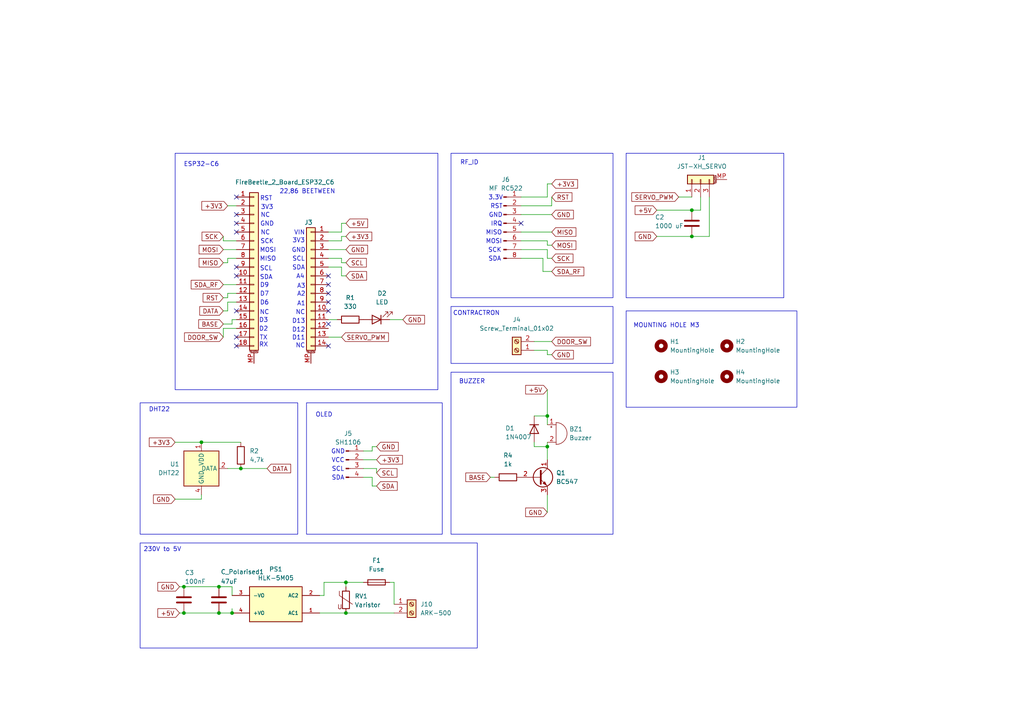
<source format=kicad_sch>
(kicad_sch
	(version 20250114)
	(generator "eeschema")
	(generator_version "9.0")
	(uuid "0ca4c907-c38a-4cb2-8bd5-e910d0bd565f")
	(paper "A4")
	(title_block
		(title "Module2_RFID_DOOR")
		(date "06.12.2025")
		(rev "3")
	)
	(lib_symbols
		(symbol "Connector:Conn_01x04_Pin"
			(pin_names
				(offset 1.016)
				(hide yes)
			)
			(exclude_from_sim no)
			(in_bom yes)
			(on_board yes)
			(property "Reference" "J"
				(at 0 5.08 0)
				(effects
					(font
						(size 1.27 1.27)
					)
				)
			)
			(property "Value" "Conn_01x04_Pin"
				(at 0 -7.62 0)
				(effects
					(font
						(size 1.27 1.27)
					)
				)
			)
			(property "Footprint" ""
				(at 0 0 0)
				(effects
					(font
						(size 1.27 1.27)
					)
					(hide yes)
				)
			)
			(property "Datasheet" "~"
				(at 0 0 0)
				(effects
					(font
						(size 1.27 1.27)
					)
					(hide yes)
				)
			)
			(property "Description" "Generic connector, single row, 01x04, script generated"
				(at 0 0 0)
				(effects
					(font
						(size 1.27 1.27)
					)
					(hide yes)
				)
			)
			(property "ki_locked" ""
				(at 0 0 0)
				(effects
					(font
						(size 1.27 1.27)
					)
				)
			)
			(property "ki_keywords" "connector"
				(at 0 0 0)
				(effects
					(font
						(size 1.27 1.27)
					)
					(hide yes)
				)
			)
			(property "ki_fp_filters" "Connector*:*_1x??_*"
				(at 0 0 0)
				(effects
					(font
						(size 1.27 1.27)
					)
					(hide yes)
				)
			)
			(symbol "Conn_01x04_Pin_1_1"
				(rectangle
					(start 0.8636 2.667)
					(end 0 2.413)
					(stroke
						(width 0.1524)
						(type default)
					)
					(fill
						(type outline)
					)
				)
				(rectangle
					(start 0.8636 0.127)
					(end 0 -0.127)
					(stroke
						(width 0.1524)
						(type default)
					)
					(fill
						(type outline)
					)
				)
				(rectangle
					(start 0.8636 -2.413)
					(end 0 -2.667)
					(stroke
						(width 0.1524)
						(type default)
					)
					(fill
						(type outline)
					)
				)
				(rectangle
					(start 0.8636 -4.953)
					(end 0 -5.207)
					(stroke
						(width 0.1524)
						(type default)
					)
					(fill
						(type outline)
					)
				)
				(polyline
					(pts
						(xy 1.27 2.54) (xy 0.8636 2.54)
					)
					(stroke
						(width 0.1524)
						(type default)
					)
					(fill
						(type none)
					)
				)
				(polyline
					(pts
						(xy 1.27 0) (xy 0.8636 0)
					)
					(stroke
						(width 0.1524)
						(type default)
					)
					(fill
						(type none)
					)
				)
				(polyline
					(pts
						(xy 1.27 -2.54) (xy 0.8636 -2.54)
					)
					(stroke
						(width 0.1524)
						(type default)
					)
					(fill
						(type none)
					)
				)
				(polyline
					(pts
						(xy 1.27 -5.08) (xy 0.8636 -5.08)
					)
					(stroke
						(width 0.1524)
						(type default)
					)
					(fill
						(type none)
					)
				)
				(pin passive line
					(at 5.08 2.54 180)
					(length 3.81)
					(name "Pin_1"
						(effects
							(font
								(size 1.27 1.27)
							)
						)
					)
					(number "1"
						(effects
							(font
								(size 1.27 1.27)
							)
						)
					)
				)
				(pin passive line
					(at 5.08 0 180)
					(length 3.81)
					(name "Pin_2"
						(effects
							(font
								(size 1.27 1.27)
							)
						)
					)
					(number "2"
						(effects
							(font
								(size 1.27 1.27)
							)
						)
					)
				)
				(pin passive line
					(at 5.08 -2.54 180)
					(length 3.81)
					(name "Pin_3"
						(effects
							(font
								(size 1.27 1.27)
							)
						)
					)
					(number "3"
						(effects
							(font
								(size 1.27 1.27)
							)
						)
					)
				)
				(pin passive line
					(at 5.08 -5.08 180)
					(length 3.81)
					(name "Pin_4"
						(effects
							(font
								(size 1.27 1.27)
							)
						)
					)
					(number "4"
						(effects
							(font
								(size 1.27 1.27)
							)
						)
					)
				)
			)
			(embedded_fonts no)
		)
		(symbol "Connector:Conn_01x08_Pin"
			(pin_names
				(offset 1.016)
				(hide yes)
			)
			(exclude_from_sim no)
			(in_bom yes)
			(on_board yes)
			(property "Reference" "J"
				(at 0 10.16 0)
				(effects
					(font
						(size 1.27 1.27)
					)
				)
			)
			(property "Value" "Conn_01x08_Pin"
				(at 0 -12.7 0)
				(effects
					(font
						(size 1.27 1.27)
					)
				)
			)
			(property "Footprint" ""
				(at 0 0 0)
				(effects
					(font
						(size 1.27 1.27)
					)
					(hide yes)
				)
			)
			(property "Datasheet" "~"
				(at 0 0 0)
				(effects
					(font
						(size 1.27 1.27)
					)
					(hide yes)
				)
			)
			(property "Description" "Generic connector, single row, 01x08, script generated"
				(at 0 0 0)
				(effects
					(font
						(size 1.27 1.27)
					)
					(hide yes)
				)
			)
			(property "ki_locked" ""
				(at 0 0 0)
				(effects
					(font
						(size 1.27 1.27)
					)
				)
			)
			(property "ki_keywords" "connector"
				(at 0 0 0)
				(effects
					(font
						(size 1.27 1.27)
					)
					(hide yes)
				)
			)
			(property "ki_fp_filters" "Connector*:*_1x??_*"
				(at 0 0 0)
				(effects
					(font
						(size 1.27 1.27)
					)
					(hide yes)
				)
			)
			(symbol "Conn_01x08_Pin_1_1"
				(rectangle
					(start 0.8636 7.747)
					(end 0 7.493)
					(stroke
						(width 0.1524)
						(type default)
					)
					(fill
						(type outline)
					)
				)
				(rectangle
					(start 0.8636 5.207)
					(end 0 4.953)
					(stroke
						(width 0.1524)
						(type default)
					)
					(fill
						(type outline)
					)
				)
				(rectangle
					(start 0.8636 2.667)
					(end 0 2.413)
					(stroke
						(width 0.1524)
						(type default)
					)
					(fill
						(type outline)
					)
				)
				(rectangle
					(start 0.8636 0.127)
					(end 0 -0.127)
					(stroke
						(width 0.1524)
						(type default)
					)
					(fill
						(type outline)
					)
				)
				(rectangle
					(start 0.8636 -2.413)
					(end 0 -2.667)
					(stroke
						(width 0.1524)
						(type default)
					)
					(fill
						(type outline)
					)
				)
				(rectangle
					(start 0.8636 -4.953)
					(end 0 -5.207)
					(stroke
						(width 0.1524)
						(type default)
					)
					(fill
						(type outline)
					)
				)
				(rectangle
					(start 0.8636 -7.493)
					(end 0 -7.747)
					(stroke
						(width 0.1524)
						(type default)
					)
					(fill
						(type outline)
					)
				)
				(rectangle
					(start 0.8636 -10.033)
					(end 0 -10.287)
					(stroke
						(width 0.1524)
						(type default)
					)
					(fill
						(type outline)
					)
				)
				(polyline
					(pts
						(xy 1.27 7.62) (xy 0.8636 7.62)
					)
					(stroke
						(width 0.1524)
						(type default)
					)
					(fill
						(type none)
					)
				)
				(polyline
					(pts
						(xy 1.27 5.08) (xy 0.8636 5.08)
					)
					(stroke
						(width 0.1524)
						(type default)
					)
					(fill
						(type none)
					)
				)
				(polyline
					(pts
						(xy 1.27 2.54) (xy 0.8636 2.54)
					)
					(stroke
						(width 0.1524)
						(type default)
					)
					(fill
						(type none)
					)
				)
				(polyline
					(pts
						(xy 1.27 0) (xy 0.8636 0)
					)
					(stroke
						(width 0.1524)
						(type default)
					)
					(fill
						(type none)
					)
				)
				(polyline
					(pts
						(xy 1.27 -2.54) (xy 0.8636 -2.54)
					)
					(stroke
						(width 0.1524)
						(type default)
					)
					(fill
						(type none)
					)
				)
				(polyline
					(pts
						(xy 1.27 -5.08) (xy 0.8636 -5.08)
					)
					(stroke
						(width 0.1524)
						(type default)
					)
					(fill
						(type none)
					)
				)
				(polyline
					(pts
						(xy 1.27 -7.62) (xy 0.8636 -7.62)
					)
					(stroke
						(width 0.1524)
						(type default)
					)
					(fill
						(type none)
					)
				)
				(polyline
					(pts
						(xy 1.27 -10.16) (xy 0.8636 -10.16)
					)
					(stroke
						(width 0.1524)
						(type default)
					)
					(fill
						(type none)
					)
				)
				(pin passive line
					(at 5.08 7.62 180)
					(length 3.81)
					(name "Pin_1"
						(effects
							(font
								(size 1.27 1.27)
							)
						)
					)
					(number "1"
						(effects
							(font
								(size 1.27 1.27)
							)
						)
					)
				)
				(pin passive line
					(at 5.08 5.08 180)
					(length 3.81)
					(name "Pin_2"
						(effects
							(font
								(size 1.27 1.27)
							)
						)
					)
					(number "2"
						(effects
							(font
								(size 1.27 1.27)
							)
						)
					)
				)
				(pin passive line
					(at 5.08 2.54 180)
					(length 3.81)
					(name "Pin_3"
						(effects
							(font
								(size 1.27 1.27)
							)
						)
					)
					(number "3"
						(effects
							(font
								(size 1.27 1.27)
							)
						)
					)
				)
				(pin passive line
					(at 5.08 0 180)
					(length 3.81)
					(name "Pin_4"
						(effects
							(font
								(size 1.27 1.27)
							)
						)
					)
					(number "4"
						(effects
							(font
								(size 1.27 1.27)
							)
						)
					)
				)
				(pin passive line
					(at 5.08 -2.54 180)
					(length 3.81)
					(name "Pin_5"
						(effects
							(font
								(size 1.27 1.27)
							)
						)
					)
					(number "5"
						(effects
							(font
								(size 1.27 1.27)
							)
						)
					)
				)
				(pin passive line
					(at 5.08 -5.08 180)
					(length 3.81)
					(name "Pin_6"
						(effects
							(font
								(size 1.27 1.27)
							)
						)
					)
					(number "6"
						(effects
							(font
								(size 1.27 1.27)
							)
						)
					)
				)
				(pin passive line
					(at 5.08 -7.62 180)
					(length 3.81)
					(name "Pin_7"
						(effects
							(font
								(size 1.27 1.27)
							)
						)
					)
					(number "7"
						(effects
							(font
								(size 1.27 1.27)
							)
						)
					)
				)
				(pin passive line
					(at 5.08 -10.16 180)
					(length 3.81)
					(name "Pin_8"
						(effects
							(font
								(size 1.27 1.27)
							)
						)
					)
					(number "8"
						(effects
							(font
								(size 1.27 1.27)
							)
						)
					)
				)
			)
			(embedded_fonts no)
		)
		(symbol "Connector:Screw_Terminal_01x02"
			(pin_names
				(offset 1.016)
				(hide yes)
			)
			(exclude_from_sim no)
			(in_bom yes)
			(on_board yes)
			(property "Reference" "J"
				(at 0 2.54 0)
				(effects
					(font
						(size 1.27 1.27)
					)
				)
			)
			(property "Value" "Screw_Terminal_01x02"
				(at 0 -5.08 0)
				(effects
					(font
						(size 1.27 1.27)
					)
				)
			)
			(property "Footprint" ""
				(at 0 0 0)
				(effects
					(font
						(size 1.27 1.27)
					)
					(hide yes)
				)
			)
			(property "Datasheet" "~"
				(at 0 0 0)
				(effects
					(font
						(size 1.27 1.27)
					)
					(hide yes)
				)
			)
			(property "Description" "Generic screw terminal, single row, 01x02, script generated (kicad-library-utils/schlib/autogen/connector/)"
				(at 0 0 0)
				(effects
					(font
						(size 1.27 1.27)
					)
					(hide yes)
				)
			)
			(property "ki_keywords" "screw terminal"
				(at 0 0 0)
				(effects
					(font
						(size 1.27 1.27)
					)
					(hide yes)
				)
			)
			(property "ki_fp_filters" "TerminalBlock*:*"
				(at 0 0 0)
				(effects
					(font
						(size 1.27 1.27)
					)
					(hide yes)
				)
			)
			(symbol "Screw_Terminal_01x02_1_1"
				(rectangle
					(start -1.27 1.27)
					(end 1.27 -3.81)
					(stroke
						(width 0.254)
						(type default)
					)
					(fill
						(type background)
					)
				)
				(polyline
					(pts
						(xy -0.5334 0.3302) (xy 0.3302 -0.508)
					)
					(stroke
						(width 0.1524)
						(type default)
					)
					(fill
						(type none)
					)
				)
				(polyline
					(pts
						(xy -0.5334 -2.2098) (xy 0.3302 -3.048)
					)
					(stroke
						(width 0.1524)
						(type default)
					)
					(fill
						(type none)
					)
				)
				(polyline
					(pts
						(xy -0.3556 0.508) (xy 0.508 -0.3302)
					)
					(stroke
						(width 0.1524)
						(type default)
					)
					(fill
						(type none)
					)
				)
				(polyline
					(pts
						(xy -0.3556 -2.032) (xy 0.508 -2.8702)
					)
					(stroke
						(width 0.1524)
						(type default)
					)
					(fill
						(type none)
					)
				)
				(circle
					(center 0 0)
					(radius 0.635)
					(stroke
						(width 0.1524)
						(type default)
					)
					(fill
						(type none)
					)
				)
				(circle
					(center 0 -2.54)
					(radius 0.635)
					(stroke
						(width 0.1524)
						(type default)
					)
					(fill
						(type none)
					)
				)
				(pin passive line
					(at -5.08 0 0)
					(length 3.81)
					(name "Pin_1"
						(effects
							(font
								(size 1.27 1.27)
							)
						)
					)
					(number "1"
						(effects
							(font
								(size 1.27 1.27)
							)
						)
					)
				)
				(pin passive line
					(at -5.08 -2.54 0)
					(length 3.81)
					(name "Pin_2"
						(effects
							(font
								(size 1.27 1.27)
							)
						)
					)
					(number "2"
						(effects
							(font
								(size 1.27 1.27)
							)
						)
					)
				)
			)
			(embedded_fonts no)
		)
		(symbol "Connector_Generic_MountingPin:Conn_01x03_MountingPin"
			(pin_names
				(offset 1.016)
				(hide yes)
			)
			(exclude_from_sim no)
			(in_bom yes)
			(on_board yes)
			(property "Reference" "J"
				(at 0 5.08 0)
				(effects
					(font
						(size 1.27 1.27)
					)
				)
			)
			(property "Value" "Conn_01x03_MountingPin"
				(at 1.27 -5.08 0)
				(effects
					(font
						(size 1.27 1.27)
					)
					(justify left)
				)
			)
			(property "Footprint" ""
				(at 0 0 0)
				(effects
					(font
						(size 1.27 1.27)
					)
					(hide yes)
				)
			)
			(property "Datasheet" "~"
				(at 0 0 0)
				(effects
					(font
						(size 1.27 1.27)
					)
					(hide yes)
				)
			)
			(property "Description" "Generic connectable mounting pin connector, single row, 01x03, script generated (kicad-library-utils/schlib/autogen/connector/)"
				(at 0 0 0)
				(effects
					(font
						(size 1.27 1.27)
					)
					(hide yes)
				)
			)
			(property "ki_keywords" "connector"
				(at 0 0 0)
				(effects
					(font
						(size 1.27 1.27)
					)
					(hide yes)
				)
			)
			(property "ki_fp_filters" "Connector*:*_1x??-1MP*"
				(at 0 0 0)
				(effects
					(font
						(size 1.27 1.27)
					)
					(hide yes)
				)
			)
			(symbol "Conn_01x03_MountingPin_1_1"
				(rectangle
					(start -1.27 3.81)
					(end 1.27 -3.81)
					(stroke
						(width 0.254)
						(type default)
					)
					(fill
						(type background)
					)
				)
				(rectangle
					(start -1.27 2.667)
					(end 0 2.413)
					(stroke
						(width 0.1524)
						(type default)
					)
					(fill
						(type none)
					)
				)
				(rectangle
					(start -1.27 0.127)
					(end 0 -0.127)
					(stroke
						(width 0.1524)
						(type default)
					)
					(fill
						(type none)
					)
				)
				(rectangle
					(start -1.27 -2.413)
					(end 0 -2.667)
					(stroke
						(width 0.1524)
						(type default)
					)
					(fill
						(type none)
					)
				)
				(polyline
					(pts
						(xy -1.016 -4.572) (xy 1.016 -4.572)
					)
					(stroke
						(width 0.1524)
						(type default)
					)
					(fill
						(type none)
					)
				)
				(text "Mounting"
					(at 0 -4.191 0)
					(effects
						(font
							(size 0.381 0.381)
						)
					)
				)
				(pin passive line
					(at -5.08 2.54 0)
					(length 3.81)
					(name "Pin_1"
						(effects
							(font
								(size 1.27 1.27)
							)
						)
					)
					(number "1"
						(effects
							(font
								(size 1.27 1.27)
							)
						)
					)
				)
				(pin passive line
					(at -5.08 0 0)
					(length 3.81)
					(name "Pin_2"
						(effects
							(font
								(size 1.27 1.27)
							)
						)
					)
					(number "2"
						(effects
							(font
								(size 1.27 1.27)
							)
						)
					)
				)
				(pin passive line
					(at -5.08 -2.54 0)
					(length 3.81)
					(name "Pin_3"
						(effects
							(font
								(size 1.27 1.27)
							)
						)
					)
					(number "3"
						(effects
							(font
								(size 1.27 1.27)
							)
						)
					)
				)
				(pin passive line
					(at 0 -7.62 90)
					(length 3.048)
					(name "MountPin"
						(effects
							(font
								(size 1.27 1.27)
							)
						)
					)
					(number "MP"
						(effects
							(font
								(size 1.27 1.27)
							)
						)
					)
				)
			)
			(embedded_fonts no)
		)
		(symbol "Connector_Generic_MountingPin:Conn_01x14_MountingPin"
			(pin_names
				(offset 1.016)
				(hide yes)
			)
			(exclude_from_sim no)
			(in_bom yes)
			(on_board yes)
			(property "Reference" "J"
				(at 0 17.78 0)
				(effects
					(font
						(size 1.27 1.27)
					)
				)
			)
			(property "Value" "Conn_01x14_MountingPin"
				(at 1.27 -20.32 0)
				(effects
					(font
						(size 1.27 1.27)
					)
					(justify left)
				)
			)
			(property "Footprint" ""
				(at 0 0 0)
				(effects
					(font
						(size 1.27 1.27)
					)
					(hide yes)
				)
			)
			(property "Datasheet" "~"
				(at 0 0 0)
				(effects
					(font
						(size 1.27 1.27)
					)
					(hide yes)
				)
			)
			(property "Description" "Generic connectable mounting pin connector, single row, 01x14, script generated (kicad-library-utils/schlib/autogen/connector/)"
				(at 0 0 0)
				(effects
					(font
						(size 1.27 1.27)
					)
					(hide yes)
				)
			)
			(property "ki_keywords" "connector"
				(at 0 0 0)
				(effects
					(font
						(size 1.27 1.27)
					)
					(hide yes)
				)
			)
			(property "ki_fp_filters" "Connector*:*_1x??-1MP*"
				(at 0 0 0)
				(effects
					(font
						(size 1.27 1.27)
					)
					(hide yes)
				)
			)
			(symbol "Conn_01x14_MountingPin_1_1"
				(rectangle
					(start -1.27 16.51)
					(end 1.27 -19.05)
					(stroke
						(width 0.254)
						(type default)
					)
					(fill
						(type background)
					)
				)
				(rectangle
					(start -1.27 15.367)
					(end 0 15.113)
					(stroke
						(width 0.1524)
						(type default)
					)
					(fill
						(type none)
					)
				)
				(rectangle
					(start -1.27 12.827)
					(end 0 12.573)
					(stroke
						(width 0.1524)
						(type default)
					)
					(fill
						(type none)
					)
				)
				(rectangle
					(start -1.27 10.287)
					(end 0 10.033)
					(stroke
						(width 0.1524)
						(type default)
					)
					(fill
						(type none)
					)
				)
				(rectangle
					(start -1.27 7.747)
					(end 0 7.493)
					(stroke
						(width 0.1524)
						(type default)
					)
					(fill
						(type none)
					)
				)
				(rectangle
					(start -1.27 5.207)
					(end 0 4.953)
					(stroke
						(width 0.1524)
						(type default)
					)
					(fill
						(type none)
					)
				)
				(rectangle
					(start -1.27 2.667)
					(end 0 2.413)
					(stroke
						(width 0.1524)
						(type default)
					)
					(fill
						(type none)
					)
				)
				(rectangle
					(start -1.27 0.127)
					(end 0 -0.127)
					(stroke
						(width 0.1524)
						(type default)
					)
					(fill
						(type none)
					)
				)
				(rectangle
					(start -1.27 -2.413)
					(end 0 -2.667)
					(stroke
						(width 0.1524)
						(type default)
					)
					(fill
						(type none)
					)
				)
				(rectangle
					(start -1.27 -4.953)
					(end 0 -5.207)
					(stroke
						(width 0.1524)
						(type default)
					)
					(fill
						(type none)
					)
				)
				(rectangle
					(start -1.27 -7.493)
					(end 0 -7.747)
					(stroke
						(width 0.1524)
						(type default)
					)
					(fill
						(type none)
					)
				)
				(rectangle
					(start -1.27 -10.033)
					(end 0 -10.287)
					(stroke
						(width 0.1524)
						(type default)
					)
					(fill
						(type none)
					)
				)
				(rectangle
					(start -1.27 -12.573)
					(end 0 -12.827)
					(stroke
						(width 0.1524)
						(type default)
					)
					(fill
						(type none)
					)
				)
				(rectangle
					(start -1.27 -15.113)
					(end 0 -15.367)
					(stroke
						(width 0.1524)
						(type default)
					)
					(fill
						(type none)
					)
				)
				(rectangle
					(start -1.27 -17.653)
					(end 0 -17.907)
					(stroke
						(width 0.1524)
						(type default)
					)
					(fill
						(type none)
					)
				)
				(polyline
					(pts
						(xy -1.016 -19.812) (xy 1.016 -19.812)
					)
					(stroke
						(width 0.1524)
						(type default)
					)
					(fill
						(type none)
					)
				)
				(text "Mounting"
					(at 0 -19.431 0)
					(effects
						(font
							(size 0.381 0.381)
						)
					)
				)
				(pin passive line
					(at -5.08 15.24 0)
					(length 3.81)
					(name "Pin_1"
						(effects
							(font
								(size 1.27 1.27)
							)
						)
					)
					(number "1"
						(effects
							(font
								(size 1.27 1.27)
							)
						)
					)
				)
				(pin passive line
					(at -5.08 12.7 0)
					(length 3.81)
					(name "Pin_2"
						(effects
							(font
								(size 1.27 1.27)
							)
						)
					)
					(number "2"
						(effects
							(font
								(size 1.27 1.27)
							)
						)
					)
				)
				(pin passive line
					(at -5.08 10.16 0)
					(length 3.81)
					(name "Pin_3"
						(effects
							(font
								(size 1.27 1.27)
							)
						)
					)
					(number "3"
						(effects
							(font
								(size 1.27 1.27)
							)
						)
					)
				)
				(pin passive line
					(at -5.08 7.62 0)
					(length 3.81)
					(name "Pin_4"
						(effects
							(font
								(size 1.27 1.27)
							)
						)
					)
					(number "4"
						(effects
							(font
								(size 1.27 1.27)
							)
						)
					)
				)
				(pin passive line
					(at -5.08 5.08 0)
					(length 3.81)
					(name "Pin_5"
						(effects
							(font
								(size 1.27 1.27)
							)
						)
					)
					(number "5"
						(effects
							(font
								(size 1.27 1.27)
							)
						)
					)
				)
				(pin passive line
					(at -5.08 2.54 0)
					(length 3.81)
					(name "Pin_6"
						(effects
							(font
								(size 1.27 1.27)
							)
						)
					)
					(number "6"
						(effects
							(font
								(size 1.27 1.27)
							)
						)
					)
				)
				(pin passive line
					(at -5.08 0 0)
					(length 3.81)
					(name "Pin_7"
						(effects
							(font
								(size 1.27 1.27)
							)
						)
					)
					(number "7"
						(effects
							(font
								(size 1.27 1.27)
							)
						)
					)
				)
				(pin passive line
					(at -5.08 -2.54 0)
					(length 3.81)
					(name "Pin_8"
						(effects
							(font
								(size 1.27 1.27)
							)
						)
					)
					(number "8"
						(effects
							(font
								(size 1.27 1.27)
							)
						)
					)
				)
				(pin passive line
					(at -5.08 -5.08 0)
					(length 3.81)
					(name "Pin_9"
						(effects
							(font
								(size 1.27 1.27)
							)
						)
					)
					(number "9"
						(effects
							(font
								(size 1.27 1.27)
							)
						)
					)
				)
				(pin passive line
					(at -5.08 -7.62 0)
					(length 3.81)
					(name "Pin_10"
						(effects
							(font
								(size 1.27 1.27)
							)
						)
					)
					(number "10"
						(effects
							(font
								(size 1.27 1.27)
							)
						)
					)
				)
				(pin passive line
					(at -5.08 -10.16 0)
					(length 3.81)
					(name "Pin_11"
						(effects
							(font
								(size 1.27 1.27)
							)
						)
					)
					(number "11"
						(effects
							(font
								(size 1.27 1.27)
							)
						)
					)
				)
				(pin passive line
					(at -5.08 -12.7 0)
					(length 3.81)
					(name "Pin_12"
						(effects
							(font
								(size 1.27 1.27)
							)
						)
					)
					(number "12"
						(effects
							(font
								(size 1.27 1.27)
							)
						)
					)
				)
				(pin passive line
					(at -5.08 -15.24 0)
					(length 3.81)
					(name "Pin_13"
						(effects
							(font
								(size 1.27 1.27)
							)
						)
					)
					(number "13"
						(effects
							(font
								(size 1.27 1.27)
							)
						)
					)
				)
				(pin passive line
					(at -5.08 -17.78 0)
					(length 3.81)
					(name "Pin_14"
						(effects
							(font
								(size 1.27 1.27)
							)
						)
					)
					(number "14"
						(effects
							(font
								(size 1.27 1.27)
							)
						)
					)
				)
				(pin passive line
					(at 0 -22.86 90)
					(length 3.048)
					(name "MountPin"
						(effects
							(font
								(size 1.27 1.27)
							)
						)
					)
					(number "MP"
						(effects
							(font
								(size 1.27 1.27)
							)
						)
					)
				)
			)
			(embedded_fonts no)
		)
		(symbol "Connector_Generic_MountingPin:Conn_01x18_MountingPin"
			(pin_names
				(offset 1.016)
				(hide yes)
			)
			(exclude_from_sim no)
			(in_bom yes)
			(on_board yes)
			(property "Reference" "J"
				(at 0 22.86 0)
				(effects
					(font
						(size 1.27 1.27)
					)
				)
			)
			(property "Value" "Conn_01x18_MountingPin"
				(at 1.27 -25.4 0)
				(effects
					(font
						(size 1.27 1.27)
					)
					(justify left)
				)
			)
			(property "Footprint" ""
				(at 0 0 0)
				(effects
					(font
						(size 1.27 1.27)
					)
					(hide yes)
				)
			)
			(property "Datasheet" "~"
				(at 0 0 0)
				(effects
					(font
						(size 1.27 1.27)
					)
					(hide yes)
				)
			)
			(property "Description" "Generic connectable mounting pin connector, single row, 01x18, script generated (kicad-library-utils/schlib/autogen/connector/)"
				(at 0 0 0)
				(effects
					(font
						(size 1.27 1.27)
					)
					(hide yes)
				)
			)
			(property "ki_keywords" "connector"
				(at 0 0 0)
				(effects
					(font
						(size 1.27 1.27)
					)
					(hide yes)
				)
			)
			(property "ki_fp_filters" "Connector*:*_1x??-1MP*"
				(at 0 0 0)
				(effects
					(font
						(size 1.27 1.27)
					)
					(hide yes)
				)
			)
			(symbol "Conn_01x18_MountingPin_1_1"
				(rectangle
					(start -1.27 21.59)
					(end 1.27 -24.13)
					(stroke
						(width 0.254)
						(type default)
					)
					(fill
						(type background)
					)
				)
				(rectangle
					(start -1.27 20.447)
					(end 0 20.193)
					(stroke
						(width 0.1524)
						(type default)
					)
					(fill
						(type none)
					)
				)
				(rectangle
					(start -1.27 17.907)
					(end 0 17.653)
					(stroke
						(width 0.1524)
						(type default)
					)
					(fill
						(type none)
					)
				)
				(rectangle
					(start -1.27 15.367)
					(end 0 15.113)
					(stroke
						(width 0.1524)
						(type default)
					)
					(fill
						(type none)
					)
				)
				(rectangle
					(start -1.27 12.827)
					(end 0 12.573)
					(stroke
						(width 0.1524)
						(type default)
					)
					(fill
						(type none)
					)
				)
				(rectangle
					(start -1.27 10.287)
					(end 0 10.033)
					(stroke
						(width 0.1524)
						(type default)
					)
					(fill
						(type none)
					)
				)
				(rectangle
					(start -1.27 7.747)
					(end 0 7.493)
					(stroke
						(width 0.1524)
						(type default)
					)
					(fill
						(type none)
					)
				)
				(rectangle
					(start -1.27 5.207)
					(end 0 4.953)
					(stroke
						(width 0.1524)
						(type default)
					)
					(fill
						(type none)
					)
				)
				(rectangle
					(start -1.27 2.667)
					(end 0 2.413)
					(stroke
						(width 0.1524)
						(type default)
					)
					(fill
						(type none)
					)
				)
				(rectangle
					(start -1.27 0.127)
					(end 0 -0.127)
					(stroke
						(width 0.1524)
						(type default)
					)
					(fill
						(type none)
					)
				)
				(rectangle
					(start -1.27 -2.413)
					(end 0 -2.667)
					(stroke
						(width 0.1524)
						(type default)
					)
					(fill
						(type none)
					)
				)
				(rectangle
					(start -1.27 -4.953)
					(end 0 -5.207)
					(stroke
						(width 0.1524)
						(type default)
					)
					(fill
						(type none)
					)
				)
				(rectangle
					(start -1.27 -7.493)
					(end 0 -7.747)
					(stroke
						(width 0.1524)
						(type default)
					)
					(fill
						(type none)
					)
				)
				(rectangle
					(start -1.27 -10.033)
					(end 0 -10.287)
					(stroke
						(width 0.1524)
						(type default)
					)
					(fill
						(type none)
					)
				)
				(rectangle
					(start -1.27 -12.573)
					(end 0 -12.827)
					(stroke
						(width 0.1524)
						(type default)
					)
					(fill
						(type none)
					)
				)
				(rectangle
					(start -1.27 -15.113)
					(end 0 -15.367)
					(stroke
						(width 0.1524)
						(type default)
					)
					(fill
						(type none)
					)
				)
				(rectangle
					(start -1.27 -17.653)
					(end 0 -17.907)
					(stroke
						(width 0.1524)
						(type default)
					)
					(fill
						(type none)
					)
				)
				(rectangle
					(start -1.27 -20.193)
					(end 0 -20.447)
					(stroke
						(width 0.1524)
						(type default)
					)
					(fill
						(type none)
					)
				)
				(rectangle
					(start -1.27 -22.733)
					(end 0 -22.987)
					(stroke
						(width 0.1524)
						(type default)
					)
					(fill
						(type none)
					)
				)
				(polyline
					(pts
						(xy -1.016 -24.892) (xy 1.016 -24.892)
					)
					(stroke
						(width 0.1524)
						(type default)
					)
					(fill
						(type none)
					)
				)
				(text "Mounting"
					(at 0 -24.511 0)
					(effects
						(font
							(size 0.381 0.381)
						)
					)
				)
				(pin passive line
					(at -5.08 20.32 0)
					(length 3.81)
					(name "Pin_1"
						(effects
							(font
								(size 1.27 1.27)
							)
						)
					)
					(number "1"
						(effects
							(font
								(size 1.27 1.27)
							)
						)
					)
				)
				(pin passive line
					(at -5.08 17.78 0)
					(length 3.81)
					(name "Pin_2"
						(effects
							(font
								(size 1.27 1.27)
							)
						)
					)
					(number "2"
						(effects
							(font
								(size 1.27 1.27)
							)
						)
					)
				)
				(pin passive line
					(at -5.08 15.24 0)
					(length 3.81)
					(name "Pin_3"
						(effects
							(font
								(size 1.27 1.27)
							)
						)
					)
					(number "3"
						(effects
							(font
								(size 1.27 1.27)
							)
						)
					)
				)
				(pin passive line
					(at -5.08 12.7 0)
					(length 3.81)
					(name "Pin_4"
						(effects
							(font
								(size 1.27 1.27)
							)
						)
					)
					(number "4"
						(effects
							(font
								(size 1.27 1.27)
							)
						)
					)
				)
				(pin passive line
					(at -5.08 10.16 0)
					(length 3.81)
					(name "Pin_5"
						(effects
							(font
								(size 1.27 1.27)
							)
						)
					)
					(number "5"
						(effects
							(font
								(size 1.27 1.27)
							)
						)
					)
				)
				(pin passive line
					(at -5.08 7.62 0)
					(length 3.81)
					(name "Pin_6"
						(effects
							(font
								(size 1.27 1.27)
							)
						)
					)
					(number "6"
						(effects
							(font
								(size 1.27 1.27)
							)
						)
					)
				)
				(pin passive line
					(at -5.08 5.08 0)
					(length 3.81)
					(name "Pin_7"
						(effects
							(font
								(size 1.27 1.27)
							)
						)
					)
					(number "7"
						(effects
							(font
								(size 1.27 1.27)
							)
						)
					)
				)
				(pin passive line
					(at -5.08 2.54 0)
					(length 3.81)
					(name "Pin_8"
						(effects
							(font
								(size 1.27 1.27)
							)
						)
					)
					(number "8"
						(effects
							(font
								(size 1.27 1.27)
							)
						)
					)
				)
				(pin passive line
					(at -5.08 0 0)
					(length 3.81)
					(name "Pin_9"
						(effects
							(font
								(size 1.27 1.27)
							)
						)
					)
					(number "9"
						(effects
							(font
								(size 1.27 1.27)
							)
						)
					)
				)
				(pin passive line
					(at -5.08 -2.54 0)
					(length 3.81)
					(name "Pin_10"
						(effects
							(font
								(size 1.27 1.27)
							)
						)
					)
					(number "10"
						(effects
							(font
								(size 1.27 1.27)
							)
						)
					)
				)
				(pin passive line
					(at -5.08 -5.08 0)
					(length 3.81)
					(name "Pin_11"
						(effects
							(font
								(size 1.27 1.27)
							)
						)
					)
					(number "11"
						(effects
							(font
								(size 1.27 1.27)
							)
						)
					)
				)
				(pin passive line
					(at -5.08 -7.62 0)
					(length 3.81)
					(name "Pin_12"
						(effects
							(font
								(size 1.27 1.27)
							)
						)
					)
					(number "12"
						(effects
							(font
								(size 1.27 1.27)
							)
						)
					)
				)
				(pin passive line
					(at -5.08 -10.16 0)
					(length 3.81)
					(name "Pin_13"
						(effects
							(font
								(size 1.27 1.27)
							)
						)
					)
					(number "13"
						(effects
							(font
								(size 1.27 1.27)
							)
						)
					)
				)
				(pin passive line
					(at -5.08 -12.7 0)
					(length 3.81)
					(name "Pin_14"
						(effects
							(font
								(size 1.27 1.27)
							)
						)
					)
					(number "14"
						(effects
							(font
								(size 1.27 1.27)
							)
						)
					)
				)
				(pin passive line
					(at -5.08 -15.24 0)
					(length 3.81)
					(name "Pin_15"
						(effects
							(font
								(size 1.27 1.27)
							)
						)
					)
					(number "15"
						(effects
							(font
								(size 1.27 1.27)
							)
						)
					)
				)
				(pin passive line
					(at -5.08 -17.78 0)
					(length 3.81)
					(name "Pin_16"
						(effects
							(font
								(size 1.27 1.27)
							)
						)
					)
					(number "16"
						(effects
							(font
								(size 1.27 1.27)
							)
						)
					)
				)
				(pin passive line
					(at -5.08 -20.32 0)
					(length 3.81)
					(name "Pin_17"
						(effects
							(font
								(size 1.27 1.27)
							)
						)
					)
					(number "17"
						(effects
							(font
								(size 1.27 1.27)
							)
						)
					)
				)
				(pin passive line
					(at -5.08 -22.86 0)
					(length 3.81)
					(name "Pin_18"
						(effects
							(font
								(size 1.27 1.27)
							)
						)
					)
					(number "18"
						(effects
							(font
								(size 1.27 1.27)
							)
						)
					)
				)
				(pin passive line
					(at 0 -27.94 90)
					(length 3.048)
					(name "MountPin"
						(effects
							(font
								(size 1.27 1.27)
							)
						)
					)
					(number "MP"
						(effects
							(font
								(size 1.27 1.27)
							)
						)
					)
				)
			)
			(embedded_fonts no)
		)
		(symbol "Device:Buzzer"
			(pin_names
				(offset 0.0254)
				(hide yes)
			)
			(exclude_from_sim no)
			(in_bom yes)
			(on_board yes)
			(property "Reference" "BZ"
				(at 3.81 1.27 0)
				(effects
					(font
						(size 1.27 1.27)
					)
					(justify left)
				)
			)
			(property "Value" "Buzzer"
				(at 3.81 -1.27 0)
				(effects
					(font
						(size 1.27 1.27)
					)
					(justify left)
				)
			)
			(property "Footprint" ""
				(at -0.635 2.54 90)
				(effects
					(font
						(size 1.27 1.27)
					)
					(hide yes)
				)
			)
			(property "Datasheet" "~"
				(at -0.635 2.54 90)
				(effects
					(font
						(size 1.27 1.27)
					)
					(hide yes)
				)
			)
			(property "Description" "Buzzer, polarized"
				(at 0 0 0)
				(effects
					(font
						(size 1.27 1.27)
					)
					(hide yes)
				)
			)
			(property "ki_keywords" "quartz resonator ceramic"
				(at 0 0 0)
				(effects
					(font
						(size 1.27 1.27)
					)
					(hide yes)
				)
			)
			(property "ki_fp_filters" "*Buzzer*"
				(at 0 0 0)
				(effects
					(font
						(size 1.27 1.27)
					)
					(hide yes)
				)
			)
			(symbol "Buzzer_0_1"
				(polyline
					(pts
						(xy -1.651 1.905) (xy -1.143 1.905)
					)
					(stroke
						(width 0)
						(type default)
					)
					(fill
						(type none)
					)
				)
				(polyline
					(pts
						(xy -1.397 2.159) (xy -1.397 1.651)
					)
					(stroke
						(width 0)
						(type default)
					)
					(fill
						(type none)
					)
				)
				(arc
					(start 0 3.175)
					(mid 3.1612 0)
					(end 0 -3.175)
					(stroke
						(width 0)
						(type default)
					)
					(fill
						(type none)
					)
				)
				(polyline
					(pts
						(xy 0 3.175) (xy 0 -3.175)
					)
					(stroke
						(width 0)
						(type default)
					)
					(fill
						(type none)
					)
				)
			)
			(symbol "Buzzer_1_1"
				(pin passive line
					(at -2.54 2.54 0)
					(length 2.54)
					(name "+"
						(effects
							(font
								(size 1.27 1.27)
							)
						)
					)
					(number "1"
						(effects
							(font
								(size 1.27 1.27)
							)
						)
					)
				)
				(pin passive line
					(at -2.54 -2.54 0)
					(length 2.54)
					(name "-"
						(effects
							(font
								(size 1.27 1.27)
							)
						)
					)
					(number "2"
						(effects
							(font
								(size 1.27 1.27)
							)
						)
					)
				)
			)
			(embedded_fonts no)
		)
		(symbol "Device:C"
			(pin_numbers
				(hide yes)
			)
			(pin_names
				(offset 0.254)
			)
			(exclude_from_sim no)
			(in_bom yes)
			(on_board yes)
			(property "Reference" "C"
				(at 0.635 2.54 0)
				(effects
					(font
						(size 1.27 1.27)
					)
					(justify left)
				)
			)
			(property "Value" "C"
				(at 0.635 -2.54 0)
				(effects
					(font
						(size 1.27 1.27)
					)
					(justify left)
				)
			)
			(property "Footprint" ""
				(at 0.9652 -3.81 0)
				(effects
					(font
						(size 1.27 1.27)
					)
					(hide yes)
				)
			)
			(property "Datasheet" "~"
				(at 0 0 0)
				(effects
					(font
						(size 1.27 1.27)
					)
					(hide yes)
				)
			)
			(property "Description" "Unpolarized capacitor"
				(at 0 0 0)
				(effects
					(font
						(size 1.27 1.27)
					)
					(hide yes)
				)
			)
			(property "ki_keywords" "cap capacitor"
				(at 0 0 0)
				(effects
					(font
						(size 1.27 1.27)
					)
					(hide yes)
				)
			)
			(property "ki_fp_filters" "C_*"
				(at 0 0 0)
				(effects
					(font
						(size 1.27 1.27)
					)
					(hide yes)
				)
			)
			(symbol "C_0_1"
				(polyline
					(pts
						(xy -2.032 0.762) (xy 2.032 0.762)
					)
					(stroke
						(width 0.508)
						(type default)
					)
					(fill
						(type none)
					)
				)
				(polyline
					(pts
						(xy -2.032 -0.762) (xy 2.032 -0.762)
					)
					(stroke
						(width 0.508)
						(type default)
					)
					(fill
						(type none)
					)
				)
			)
			(symbol "C_1_1"
				(pin passive line
					(at 0 3.81 270)
					(length 2.794)
					(name "~"
						(effects
							(font
								(size 1.27 1.27)
							)
						)
					)
					(number "1"
						(effects
							(font
								(size 1.27 1.27)
							)
						)
					)
				)
				(pin passive line
					(at 0 -3.81 90)
					(length 2.794)
					(name "~"
						(effects
							(font
								(size 1.27 1.27)
							)
						)
					)
					(number "2"
						(effects
							(font
								(size 1.27 1.27)
							)
						)
					)
				)
			)
			(embedded_fonts no)
		)
		(symbol "Device:Fuse"
			(pin_numbers
				(hide yes)
			)
			(pin_names
				(offset 0)
			)
			(exclude_from_sim no)
			(in_bom yes)
			(on_board yes)
			(property "Reference" "F"
				(at 2.032 0 90)
				(effects
					(font
						(size 1.27 1.27)
					)
				)
			)
			(property "Value" "Fuse"
				(at -1.905 0 90)
				(effects
					(font
						(size 1.27 1.27)
					)
				)
			)
			(property "Footprint" ""
				(at -1.778 0 90)
				(effects
					(font
						(size 1.27 1.27)
					)
					(hide yes)
				)
			)
			(property "Datasheet" "~"
				(at 0 0 0)
				(effects
					(font
						(size 1.27 1.27)
					)
					(hide yes)
				)
			)
			(property "Description" "Fuse"
				(at 0 0 0)
				(effects
					(font
						(size 1.27 1.27)
					)
					(hide yes)
				)
			)
			(property "ki_keywords" "fuse"
				(at 0 0 0)
				(effects
					(font
						(size 1.27 1.27)
					)
					(hide yes)
				)
			)
			(property "ki_fp_filters" "*Fuse*"
				(at 0 0 0)
				(effects
					(font
						(size 1.27 1.27)
					)
					(hide yes)
				)
			)
			(symbol "Fuse_0_1"
				(rectangle
					(start -0.762 -2.54)
					(end 0.762 2.54)
					(stroke
						(width 0.254)
						(type default)
					)
					(fill
						(type none)
					)
				)
				(polyline
					(pts
						(xy 0 2.54) (xy 0 -2.54)
					)
					(stroke
						(width 0)
						(type default)
					)
					(fill
						(type none)
					)
				)
			)
			(symbol "Fuse_1_1"
				(pin passive line
					(at 0 3.81 270)
					(length 1.27)
					(name "~"
						(effects
							(font
								(size 1.27 1.27)
							)
						)
					)
					(number "1"
						(effects
							(font
								(size 1.27 1.27)
							)
						)
					)
				)
				(pin passive line
					(at 0 -3.81 90)
					(length 1.27)
					(name "~"
						(effects
							(font
								(size 1.27 1.27)
							)
						)
					)
					(number "2"
						(effects
							(font
								(size 1.27 1.27)
							)
						)
					)
				)
			)
			(embedded_fonts no)
		)
		(symbol "Device:LED"
			(pin_numbers
				(hide yes)
			)
			(pin_names
				(offset 1.016)
				(hide yes)
			)
			(exclude_from_sim no)
			(in_bom yes)
			(on_board yes)
			(property "Reference" "D"
				(at 0 2.54 0)
				(effects
					(font
						(size 1.27 1.27)
					)
				)
			)
			(property "Value" "LED"
				(at 0 -2.54 0)
				(effects
					(font
						(size 1.27 1.27)
					)
				)
			)
			(property "Footprint" ""
				(at 0 0 0)
				(effects
					(font
						(size 1.27 1.27)
					)
					(hide yes)
				)
			)
			(property "Datasheet" "~"
				(at 0 0 0)
				(effects
					(font
						(size 1.27 1.27)
					)
					(hide yes)
				)
			)
			(property "Description" "Light emitting diode"
				(at 0 0 0)
				(effects
					(font
						(size 1.27 1.27)
					)
					(hide yes)
				)
			)
			(property "Sim.Pins" "1=K 2=A"
				(at 0 0 0)
				(effects
					(font
						(size 1.27 1.27)
					)
					(hide yes)
				)
			)
			(property "ki_keywords" "LED diode"
				(at 0 0 0)
				(effects
					(font
						(size 1.27 1.27)
					)
					(hide yes)
				)
			)
			(property "ki_fp_filters" "LED* LED_SMD:* LED_THT:*"
				(at 0 0 0)
				(effects
					(font
						(size 1.27 1.27)
					)
					(hide yes)
				)
			)
			(symbol "LED_0_1"
				(polyline
					(pts
						(xy -3.048 -0.762) (xy -4.572 -2.286) (xy -3.81 -2.286) (xy -4.572 -2.286) (xy -4.572 -1.524)
					)
					(stroke
						(width 0)
						(type default)
					)
					(fill
						(type none)
					)
				)
				(polyline
					(pts
						(xy -1.778 -0.762) (xy -3.302 -2.286) (xy -2.54 -2.286) (xy -3.302 -2.286) (xy -3.302 -1.524)
					)
					(stroke
						(width 0)
						(type default)
					)
					(fill
						(type none)
					)
				)
				(polyline
					(pts
						(xy -1.27 0) (xy 1.27 0)
					)
					(stroke
						(width 0)
						(type default)
					)
					(fill
						(type none)
					)
				)
				(polyline
					(pts
						(xy -1.27 -1.27) (xy -1.27 1.27)
					)
					(stroke
						(width 0.254)
						(type default)
					)
					(fill
						(type none)
					)
				)
				(polyline
					(pts
						(xy 1.27 -1.27) (xy 1.27 1.27) (xy -1.27 0) (xy 1.27 -1.27)
					)
					(stroke
						(width 0.254)
						(type default)
					)
					(fill
						(type none)
					)
				)
			)
			(symbol "LED_1_1"
				(pin passive line
					(at -3.81 0 0)
					(length 2.54)
					(name "K"
						(effects
							(font
								(size 1.27 1.27)
							)
						)
					)
					(number "1"
						(effects
							(font
								(size 1.27 1.27)
							)
						)
					)
				)
				(pin passive line
					(at 3.81 0 180)
					(length 2.54)
					(name "A"
						(effects
							(font
								(size 1.27 1.27)
							)
						)
					)
					(number "2"
						(effects
							(font
								(size 1.27 1.27)
							)
						)
					)
				)
			)
			(embedded_fonts no)
		)
		(symbol "Device:R"
			(pin_numbers
				(hide yes)
			)
			(pin_names
				(offset 0)
			)
			(exclude_from_sim no)
			(in_bom yes)
			(on_board yes)
			(property "Reference" "R"
				(at 2.032 0 90)
				(effects
					(font
						(size 1.27 1.27)
					)
				)
			)
			(property "Value" "R"
				(at 0 0 90)
				(effects
					(font
						(size 1.27 1.27)
					)
				)
			)
			(property "Footprint" ""
				(at -1.778 0 90)
				(effects
					(font
						(size 1.27 1.27)
					)
					(hide yes)
				)
			)
			(property "Datasheet" "~"
				(at 0 0 0)
				(effects
					(font
						(size 1.27 1.27)
					)
					(hide yes)
				)
			)
			(property "Description" "Resistor"
				(at 0 0 0)
				(effects
					(font
						(size 1.27 1.27)
					)
					(hide yes)
				)
			)
			(property "ki_keywords" "R res resistor"
				(at 0 0 0)
				(effects
					(font
						(size 1.27 1.27)
					)
					(hide yes)
				)
			)
			(property "ki_fp_filters" "R_*"
				(at 0 0 0)
				(effects
					(font
						(size 1.27 1.27)
					)
					(hide yes)
				)
			)
			(symbol "R_0_1"
				(rectangle
					(start -1.016 -2.54)
					(end 1.016 2.54)
					(stroke
						(width 0.254)
						(type default)
					)
					(fill
						(type none)
					)
				)
			)
			(symbol "R_1_1"
				(pin passive line
					(at 0 3.81 270)
					(length 1.27)
					(name "~"
						(effects
							(font
								(size 1.27 1.27)
							)
						)
					)
					(number "1"
						(effects
							(font
								(size 1.27 1.27)
							)
						)
					)
				)
				(pin passive line
					(at 0 -3.81 90)
					(length 1.27)
					(name "~"
						(effects
							(font
								(size 1.27 1.27)
							)
						)
					)
					(number "2"
						(effects
							(font
								(size 1.27 1.27)
							)
						)
					)
				)
			)
			(embedded_fonts no)
		)
		(symbol "Device:Varistor"
			(pin_numbers
				(hide yes)
			)
			(pin_names
				(offset 0)
			)
			(exclude_from_sim no)
			(in_bom yes)
			(on_board yes)
			(property "Reference" "RV"
				(at 3.175 0 90)
				(effects
					(font
						(size 1.27 1.27)
					)
				)
			)
			(property "Value" "Varistor"
				(at -3.175 0 90)
				(effects
					(font
						(size 1.27 1.27)
					)
				)
			)
			(property "Footprint" ""
				(at -1.778 0 90)
				(effects
					(font
						(size 1.27 1.27)
					)
					(hide yes)
				)
			)
			(property "Datasheet" "~"
				(at 0 0 0)
				(effects
					(font
						(size 1.27 1.27)
					)
					(hide yes)
				)
			)
			(property "Description" "Voltage dependent resistor"
				(at 0 0 0)
				(effects
					(font
						(size 1.27 1.27)
					)
					(hide yes)
				)
			)
			(property "Sim.Name" "kicad_builtin_varistor"
				(at 0 0 0)
				(effects
					(font
						(size 1.27 1.27)
					)
					(hide yes)
				)
			)
			(property "Sim.Device" "SUBCKT"
				(at 0 0 0)
				(effects
					(font
						(size 1.27 1.27)
					)
					(hide yes)
				)
			)
			(property "Sim.Pins" "1=A 2=B"
				(at 0 0 0)
				(effects
					(font
						(size 1.27 1.27)
					)
					(hide yes)
				)
			)
			(property "Sim.Params" "threshold=1k"
				(at 0 0 0)
				(effects
					(font
						(size 1.27 1.27)
					)
					(hide yes)
				)
			)
			(property "Sim.Library" "${KICAD9_SYMBOL_DIR}/Simulation_SPICE.sp"
				(at 0 0 0)
				(effects
					(font
						(size 1.27 1.27)
					)
					(hide yes)
				)
			)
			(property "ki_keywords" "VDR resistance"
				(at 0 0 0)
				(effects
					(font
						(size 1.27 1.27)
					)
					(hide yes)
				)
			)
			(property "ki_fp_filters" "RV_* Varistor*"
				(at 0 0 0)
				(effects
					(font
						(size 1.27 1.27)
					)
					(hide yes)
				)
			)
			(symbol "Varistor_0_0"
				(text "U"
					(at -1.778 -2.032 0)
					(effects
						(font
							(size 1.27 1.27)
						)
					)
				)
			)
			(symbol "Varistor_0_1"
				(polyline
					(pts
						(xy -1.905 2.54) (xy -1.905 1.27) (xy 1.905 -1.27)
					)
					(stroke
						(width 0)
						(type default)
					)
					(fill
						(type none)
					)
				)
				(rectangle
					(start -1.016 -2.54)
					(end 1.016 2.54)
					(stroke
						(width 0.254)
						(type default)
					)
					(fill
						(type none)
					)
				)
			)
			(symbol "Varistor_1_1"
				(pin passive line
					(at 0 3.81 270)
					(length 1.27)
					(name "~"
						(effects
							(font
								(size 1.27 1.27)
							)
						)
					)
					(number "1"
						(effects
							(font
								(size 1.27 1.27)
							)
						)
					)
				)
				(pin passive line
					(at 0 -3.81 90)
					(length 1.27)
					(name "~"
						(effects
							(font
								(size 1.27 1.27)
							)
						)
					)
					(number "2"
						(effects
							(font
								(size 1.27 1.27)
							)
						)
					)
				)
			)
			(embedded_fonts no)
		)
		(symbol "Diode:1N4007"
			(pin_numbers
				(hide yes)
			)
			(pin_names
				(hide yes)
			)
			(exclude_from_sim no)
			(in_bom yes)
			(on_board yes)
			(property "Reference" "D"
				(at 0 2.54 0)
				(effects
					(font
						(size 1.27 1.27)
					)
				)
			)
			(property "Value" "1N4007"
				(at 0 -2.54 0)
				(effects
					(font
						(size 1.27 1.27)
					)
				)
			)
			(property "Footprint" "Diode_THT:D_DO-41_SOD81_P10.16mm_Horizontal"
				(at 0 -4.445 0)
				(effects
					(font
						(size 1.27 1.27)
					)
					(hide yes)
				)
			)
			(property "Datasheet" "http://www.vishay.com/docs/88503/1n4001.pdf"
				(at 0 0 0)
				(effects
					(font
						(size 1.27 1.27)
					)
					(hide yes)
				)
			)
			(property "Description" "1000V 1A General Purpose Rectifier Diode, DO-41"
				(at 0 0 0)
				(effects
					(font
						(size 1.27 1.27)
					)
					(hide yes)
				)
			)
			(property "Sim.Device" "D"
				(at 0 0 0)
				(effects
					(font
						(size 1.27 1.27)
					)
					(hide yes)
				)
			)
			(property "Sim.Pins" "1=K 2=A"
				(at 0 0 0)
				(effects
					(font
						(size 1.27 1.27)
					)
					(hide yes)
				)
			)
			(property "ki_keywords" "diode"
				(at 0 0 0)
				(effects
					(font
						(size 1.27 1.27)
					)
					(hide yes)
				)
			)
			(property "ki_fp_filters" "D*DO?41*"
				(at 0 0 0)
				(effects
					(font
						(size 1.27 1.27)
					)
					(hide yes)
				)
			)
			(symbol "1N4007_0_1"
				(polyline
					(pts
						(xy -1.27 1.27) (xy -1.27 -1.27)
					)
					(stroke
						(width 0.254)
						(type default)
					)
					(fill
						(type none)
					)
				)
				(polyline
					(pts
						(xy 1.27 1.27) (xy 1.27 -1.27) (xy -1.27 0) (xy 1.27 1.27)
					)
					(stroke
						(width 0.254)
						(type default)
					)
					(fill
						(type none)
					)
				)
				(polyline
					(pts
						(xy 1.27 0) (xy -1.27 0)
					)
					(stroke
						(width 0)
						(type default)
					)
					(fill
						(type none)
					)
				)
			)
			(symbol "1N4007_1_1"
				(pin passive line
					(at -3.81 0 0)
					(length 2.54)
					(name "K"
						(effects
							(font
								(size 1.27 1.27)
							)
						)
					)
					(number "1"
						(effects
							(font
								(size 1.27 1.27)
							)
						)
					)
				)
				(pin passive line
					(at 3.81 0 180)
					(length 2.54)
					(name "A"
						(effects
							(font
								(size 1.27 1.27)
							)
						)
					)
					(number "2"
						(effects
							(font
								(size 1.27 1.27)
							)
						)
					)
				)
			)
			(embedded_fonts no)
		)
		(symbol "HLK-PM01:HLK-PM01"
			(pin_names
				(offset 1.016)
			)
			(exclude_from_sim no)
			(in_bom yes)
			(on_board yes)
			(property "Reference" "PS"
				(at -7.62 5.588 0)
				(effects
					(font
						(size 1.27 1.27)
					)
					(justify left bottom)
				)
			)
			(property "Value" "HLK-PM01"
				(at -7.62 -7.112 0)
				(effects
					(font
						(size 1.27 1.27)
					)
					(justify left bottom)
				)
			)
			(property "Footprint" "HLK-PM01:CONV_HLK-PM01"
				(at 0 0 0)
				(effects
					(font
						(size 1.27 1.27)
					)
					(justify bottom)
					(hide yes)
				)
			)
			(property "Datasheet" ""
				(at 0 0 0)
				(effects
					(font
						(size 1.27 1.27)
					)
					(hide yes)
				)
			)
			(property "Description" ""
				(at 0 0 0)
				(effects
					(font
						(size 1.27 1.27)
					)
					(hide yes)
				)
			)
			(property "MF" "Hi-link"
				(at 0 0 0)
				(effects
					(font
						(size 1.27 1.27)
					)
					(justify bottom)
					(hide yes)
				)
			)
			(property "MAXIMUM_PACKAGE_HEIGHT" "15 mm"
				(at 0 0 0)
				(effects
					(font
						(size 1.27 1.27)
					)
					(justify bottom)
					(hide yes)
				)
			)
			(property "Package" "None"
				(at 0 0 0)
				(effects
					(font
						(size 1.27 1.27)
					)
					(justify bottom)
					(hide yes)
				)
			)
			(property "Price" "None"
				(at 0 0 0)
				(effects
					(font
						(size 1.27 1.27)
					)
					(justify bottom)
					(hide yes)
				)
			)
			(property "Check_prices" "https://www.snapeda.com/parts/hlk-pm01/Hi-link/view-part/?ref=eda"
				(at 0 0 0)
				(effects
					(font
						(size 1.27 1.27)
					)
					(justify bottom)
					(hide yes)
				)
			)
			(property "STANDARD" "Manufacturer Recommendation"
				(at 0 0 0)
				(effects
					(font
						(size 1.27 1.27)
					)
					(justify bottom)
					(hide yes)
				)
			)
			(property "SnapEDA_Link" "https://www.snapeda.com/parts/hlk-pm01/Hi-link/view-part/?ref=snap"
				(at 0 0 0)
				(effects
					(font
						(size 1.27 1.27)
					)
					(justify bottom)
					(hide yes)
				)
			)
			(property "MP" "hlk-pm01"
				(at 0 0 0)
				(effects
					(font
						(size 1.27 1.27)
					)
					(justify bottom)
					(hide yes)
				)
			)
			(property "Description_1" "The HLK-PM01 is a small size low cost AC to DC converter which can take in 110V/220V AC at 50/60 Hz and give 5V 3W output. The module is can be used in designs which run on 5V and needs to be powered form the AC mains."
				(at 0 0 0)
				(effects
					(font
						(size 1.27 1.27)
					)
					(justify bottom)
					(hide yes)
				)
			)
			(property "MANUFACTURER" "Hi-link"
				(at 0 0 0)
				(effects
					(font
						(size 1.27 1.27)
					)
					(justify bottom)
					(hide yes)
				)
			)
			(property "Availability" "Not in stock"
				(at 0 0 0)
				(effects
					(font
						(size 1.27 1.27)
					)
					(justify bottom)
					(hide yes)
				)
			)
			(property "SNAPEDA_PN" "hlk-pm01"
				(at 0 0 0)
				(effects
					(font
						(size 1.27 1.27)
					)
					(justify bottom)
					(hide yes)
				)
			)
			(symbol "HLK-PM01_0_0"
				(rectangle
					(start -7.62 -5.08)
					(end 7.62 5.08)
					(stroke
						(width 0.254)
						(type default)
					)
					(fill
						(type background)
					)
				)
				(pin input line
					(at -12.7 2.54 0)
					(length 5.08)
					(name "AC1"
						(effects
							(font
								(size 1.016 1.016)
							)
						)
					)
					(number "1"
						(effects
							(font
								(size 1.016 1.016)
							)
						)
					)
				)
				(pin input line
					(at -12.7 -2.54 0)
					(length 5.08)
					(name "AC2"
						(effects
							(font
								(size 1.016 1.016)
							)
						)
					)
					(number "2"
						(effects
							(font
								(size 1.016 1.016)
							)
						)
					)
				)
				(pin output line
					(at 12.7 2.54 180)
					(length 5.08)
					(name "+VO"
						(effects
							(font
								(size 1.016 1.016)
							)
						)
					)
					(number "4"
						(effects
							(font
								(size 1.016 1.016)
							)
						)
					)
				)
				(pin output line
					(at 12.7 -2.54 180)
					(length 5.08)
					(name "-VO"
						(effects
							(font
								(size 1.016 1.016)
							)
						)
					)
					(number "3"
						(effects
							(font
								(size 1.016 1.016)
							)
						)
					)
				)
			)
			(embedded_fonts no)
		)
		(symbol "Mechanical:MountingHole"
			(pin_names
				(offset 1.016)
			)
			(exclude_from_sim no)
			(in_bom no)
			(on_board yes)
			(property "Reference" "H"
				(at 0 5.08 0)
				(effects
					(font
						(size 1.27 1.27)
					)
				)
			)
			(property "Value" "MountingHole"
				(at 0 3.175 0)
				(effects
					(font
						(size 1.27 1.27)
					)
				)
			)
			(property "Footprint" ""
				(at 0 0 0)
				(effects
					(font
						(size 1.27 1.27)
					)
					(hide yes)
				)
			)
			(property "Datasheet" "~"
				(at 0 0 0)
				(effects
					(font
						(size 1.27 1.27)
					)
					(hide yes)
				)
			)
			(property "Description" "Mounting Hole without connection"
				(at 0 0 0)
				(effects
					(font
						(size 1.27 1.27)
					)
					(hide yes)
				)
			)
			(property "ki_keywords" "mounting hole"
				(at 0 0 0)
				(effects
					(font
						(size 1.27 1.27)
					)
					(hide yes)
				)
			)
			(property "ki_fp_filters" "MountingHole*"
				(at 0 0 0)
				(effects
					(font
						(size 1.27 1.27)
					)
					(hide yes)
				)
			)
			(symbol "MountingHole_0_1"
				(circle
					(center 0 0)
					(radius 1.27)
					(stroke
						(width 1.27)
						(type default)
					)
					(fill
						(type none)
					)
				)
			)
			(embedded_fonts no)
		)
		(symbol "Sensor:DHT11"
			(exclude_from_sim no)
			(in_bom yes)
			(on_board yes)
			(property "Reference" "U"
				(at -3.81 6.35 0)
				(effects
					(font
						(size 1.27 1.27)
					)
				)
			)
			(property "Value" "DHT11"
				(at 3.81 6.35 0)
				(effects
					(font
						(size 1.27 1.27)
					)
				)
			)
			(property "Footprint" "Sensor:Aosong_DHT11_5.5x12.0_P2.54mm"
				(at 0 -10.16 0)
				(effects
					(font
						(size 1.27 1.27)
					)
					(hide yes)
				)
			)
			(property "Datasheet" "http://akizukidenshi.com/download/ds/aosong/DHT11.pdf"
				(at 3.81 6.35 0)
				(effects
					(font
						(size 1.27 1.27)
					)
					(hide yes)
				)
			)
			(property "Description" "3.3V to 5.5V, temperature and humidity module, DHT11"
				(at 0 0 0)
				(effects
					(font
						(size 1.27 1.27)
					)
					(hide yes)
				)
			)
			(property "ki_keywords" "digital sensor"
				(at 0 0 0)
				(effects
					(font
						(size 1.27 1.27)
					)
					(hide yes)
				)
			)
			(property "ki_fp_filters" "Aosong*DHT11*5.5x12.0*P2.54mm*"
				(at 0 0 0)
				(effects
					(font
						(size 1.27 1.27)
					)
					(hide yes)
				)
			)
			(symbol "DHT11_0_1"
				(rectangle
					(start -5.08 5.08)
					(end 5.08 -5.08)
					(stroke
						(width 0.254)
						(type default)
					)
					(fill
						(type background)
					)
				)
			)
			(symbol "DHT11_1_1"
				(pin no_connect line
					(at -5.08 0 0)
					(length 2.54)
					(hide yes)
					(name "NC"
						(effects
							(font
								(size 1.27 1.27)
							)
						)
					)
					(number "3"
						(effects
							(font
								(size 1.27 1.27)
							)
						)
					)
				)
				(pin power_in line
					(at 0 7.62 270)
					(length 2.54)
					(name "VDD"
						(effects
							(font
								(size 1.27 1.27)
							)
						)
					)
					(number "1"
						(effects
							(font
								(size 1.27 1.27)
							)
						)
					)
				)
				(pin power_in line
					(at 0 -7.62 90)
					(length 2.54)
					(name "GND"
						(effects
							(font
								(size 1.27 1.27)
							)
						)
					)
					(number "4"
						(effects
							(font
								(size 1.27 1.27)
							)
						)
					)
				)
				(pin bidirectional line
					(at 7.62 0 180)
					(length 2.54)
					(name "DATA"
						(effects
							(font
								(size 1.27 1.27)
							)
						)
					)
					(number "2"
						(effects
							(font
								(size 1.27 1.27)
							)
						)
					)
				)
			)
			(embedded_fonts no)
		)
		(symbol "Transistor_BJT:BC547"
			(pin_names
				(offset 0)
				(hide yes)
			)
			(exclude_from_sim no)
			(in_bom yes)
			(on_board yes)
			(property "Reference" "Q"
				(at 5.08 1.905 0)
				(effects
					(font
						(size 1.27 1.27)
					)
					(justify left)
				)
			)
			(property "Value" "BC547"
				(at 5.08 0 0)
				(effects
					(font
						(size 1.27 1.27)
					)
					(justify left)
				)
			)
			(property "Footprint" "Package_TO_SOT_THT:TO-92_Inline"
				(at 5.08 -1.905 0)
				(effects
					(font
						(size 1.27 1.27)
						(italic yes)
					)
					(justify left)
					(hide yes)
				)
			)
			(property "Datasheet" "https://www.onsemi.com/pub/Collateral/BC550-D.pdf"
				(at 0 0 0)
				(effects
					(font
						(size 1.27 1.27)
					)
					(justify left)
					(hide yes)
				)
			)
			(property "Description" "0.1A Ic, 45V Vce, Small Signal NPN Transistor, TO-92"
				(at 0 0 0)
				(effects
					(font
						(size 1.27 1.27)
					)
					(hide yes)
				)
			)
			(property "ki_keywords" "NPN Transistor"
				(at 0 0 0)
				(effects
					(font
						(size 1.27 1.27)
					)
					(hide yes)
				)
			)
			(property "ki_fp_filters" "TO?92*"
				(at 0 0 0)
				(effects
					(font
						(size 1.27 1.27)
					)
					(hide yes)
				)
			)
			(symbol "BC547_0_1"
				(polyline
					(pts
						(xy -2.54 0) (xy 0.635 0)
					)
					(stroke
						(width 0)
						(type default)
					)
					(fill
						(type none)
					)
				)
				(polyline
					(pts
						(xy 0.635 1.905) (xy 0.635 -1.905)
					)
					(stroke
						(width 0.508)
						(type default)
					)
					(fill
						(type none)
					)
				)
				(circle
					(center 1.27 0)
					(radius 2.8194)
					(stroke
						(width 0.254)
						(type default)
					)
					(fill
						(type none)
					)
				)
			)
			(symbol "BC547_1_1"
				(polyline
					(pts
						(xy 0.635 0.635) (xy 2.54 2.54)
					)
					(stroke
						(width 0)
						(type default)
					)
					(fill
						(type none)
					)
				)
				(polyline
					(pts
						(xy 0.635 -0.635) (xy 2.54 -2.54)
					)
					(stroke
						(width 0)
						(type default)
					)
					(fill
						(type none)
					)
				)
				(polyline
					(pts
						(xy 1.27 -1.778) (xy 1.778 -1.27) (xy 2.286 -2.286) (xy 1.27 -1.778)
					)
					(stroke
						(width 0)
						(type default)
					)
					(fill
						(type outline)
					)
				)
				(pin input line
					(at -5.08 0 0)
					(length 2.54)
					(name "B"
						(effects
							(font
								(size 1.27 1.27)
							)
						)
					)
					(number "2"
						(effects
							(font
								(size 1.27 1.27)
							)
						)
					)
				)
				(pin passive line
					(at 2.54 5.08 270)
					(length 2.54)
					(name "C"
						(effects
							(font
								(size 1.27 1.27)
							)
						)
					)
					(number "1"
						(effects
							(font
								(size 1.27 1.27)
							)
						)
					)
				)
				(pin passive line
					(at 2.54 -5.08 90)
					(length 2.54)
					(name "E"
						(effects
							(font
								(size 1.27 1.27)
							)
						)
					)
					(number "3"
						(effects
							(font
								(size 1.27 1.27)
							)
						)
					)
				)
			)
			(embedded_fonts no)
		)
	)
	(text "VCC"
		(exclude_from_sim no)
		(at 98.044 133.604 0)
		(effects
			(font
				(size 1.27 1.27)
			)
		)
		(uuid "0334da47-ebd8-4f59-a656-69943c145658")
	)
	(text "GND\n"
		(exclude_from_sim no)
		(at 77.47 65.024 0)
		(effects
			(font
				(size 1.27 1.27)
			)
		)
		(uuid "04d4d56a-33a1-440e-84b9-36c3784cca59")
	)
	(text "A2"
		(exclude_from_sim no)
		(at 87.376 85.344 0)
		(effects
			(font
				(size 1.27 1.27)
			)
		)
		(uuid "0ac64be6-1c7b-4eef-af49-43399f1b00ee")
	)
	(text "MOUNTING HOLE M3"
		(exclude_from_sim no)
		(at 193.294 94.488 0)
		(effects
			(font
				(size 1.27 1.27)
			)
		)
		(uuid "0ae1ab57-1c0b-4f21-b1e3-cbb149d3f98c")
	)
	(text "3V3"
		(exclude_from_sim no)
		(at 86.614 69.85 0)
		(effects
			(font
				(size 1.27 1.27)
			)
		)
		(uuid "1599721f-e7b8-40d9-afda-967ae2db6a83")
	)
	(text "IRQ"
		(exclude_from_sim no)
		(at 144.018 65.024 0)
		(effects
			(font
				(size 1.27 1.27)
			)
		)
		(uuid "159fb190-05e3-4cb9-838b-ccc3e1a72bbf")
	)
	(text "SCK"
		(exclude_from_sim no)
		(at 143.51 72.644 0)
		(effects
			(font
				(size 1.27 1.27)
			)
		)
		(uuid "1a3c2a89-2784-4d42-98a6-5b5f7af37f90")
	)
	(text "A3"
		(exclude_from_sim no)
		(at 87.376 83.058 0)
		(effects
			(font
				(size 1.27 1.27)
			)
		)
		(uuid "1e60ade1-aba2-4e2a-a9ec-d91031a6a45d")
	)
	(text "ESP32-C6\n"
		(exclude_from_sim no)
		(at 58.42 47.752 0)
		(effects
			(font
				(size 1.27 1.27)
			)
		)
		(uuid "22922d82-6b09-4eec-aab8-f966b2adcd00")
	)
	(text "A4"
		(exclude_from_sim no)
		(at 87.122 80.264 0)
		(effects
			(font
				(size 1.27 1.27)
			)
		)
		(uuid "24d43557-b74b-4f16-bcf1-799ea5e6c04c")
	)
	(text "22,86 BEETWEEN\n"
		(exclude_from_sim no)
		(at 89.154 55.626 0)
		(effects
			(font
				(size 1.27 1.27)
			)
		)
		(uuid "2b605ca7-5d7a-4553-b553-5bf8907d6653")
	)
	(text "D13"
		(exclude_from_sim no)
		(at 86.614 93.218 0)
		(effects
			(font
				(size 1.27 1.27)
			)
		)
		(uuid "387e01db-e67f-4a22-a8e8-97fa28b0619c")
	)
	(text "RF_ID\n"
		(exclude_from_sim no)
		(at 136.144 47.244 0)
		(effects
			(font
				(size 1.27 1.27)
			)
		)
		(uuid "3fdfce2a-e4bf-4850-90b7-af781a88780d")
	)
	(text "D11"
		(exclude_from_sim no)
		(at 86.614 98.044 0)
		(effects
			(font
				(size 1.27 1.27)
			)
		)
		(uuid "406af58b-0631-4498-9f54-fa4831600d2d")
	)
	(text "MOSI"
		(exclude_from_sim no)
		(at 77.724 72.644 0)
		(effects
			(font
				(size 1.27 1.27)
			)
		)
		(uuid "427b3ccf-7f52-4367-9222-9caa335ecc62")
	)
	(text "SCL"
		(exclude_from_sim no)
		(at 98.044 136.144 0)
		(effects
			(font
				(size 1.27 1.27)
			)
		)
		(uuid "44139a37-ec4c-4741-a547-fe1d82b9309c")
	)
	(text "TX"
		(exclude_from_sim no)
		(at 76.454 98.044 0)
		(effects
			(font
				(size 1.27 1.27)
			)
		)
		(uuid "457da02e-cfb2-4ba1-95bc-8cf3ac900552")
	)
	(text "NC"
		(exclude_from_sim no)
		(at 76.962 67.564 0)
		(effects
			(font
				(size 1.27 1.27)
			)
		)
		(uuid "464b666c-242e-4217-b2e8-d7e119e80acf")
	)
	(text "D6"
		(exclude_from_sim no)
		(at 76.708 87.884 0)
		(effects
			(font
				(size 1.27 1.27)
			)
		)
		(uuid "4ecf43b6-6ac5-4195-affe-2489fbc7822b")
	)
	(text "D9"
		(exclude_from_sim no)
		(at 76.708 82.804 0)
		(effects
			(font
				(size 1.27 1.27)
			)
		)
		(uuid "500872f6-4571-4811-b6f4-979e74ee70d4")
	)
	(text "SDA"
		(exclude_from_sim no)
		(at 77.216 80.518 0)
		(effects
			(font
				(size 1.27 1.27)
			)
		)
		(uuid "51fda945-df63-4b0c-90c3-52b604322303")
	)
	(text "SCL"
		(exclude_from_sim no)
		(at 86.614 75.184 0)
		(effects
			(font
				(size 1.27 1.27)
			)
		)
		(uuid "523b9beb-6593-45da-8f07-3a1658e39967")
	)
	(text "BUZZER\n"
		(exclude_from_sim no)
		(at 136.906 110.744 0)
		(effects
			(font
				(size 1.27 1.27)
			)
		)
		(uuid "5353ac4b-ffc8-4bfc-a2ba-e37130ef10f4")
	)
	(text "CONTRACTRON\n"
		(exclude_from_sim no)
		(at 138.176 90.932 0)
		(effects
			(font
				(size 1.27 1.27)
			)
		)
		(uuid "586fe739-7234-4968-9d42-e009789b1371")
	)
	(text "NC"
		(exclude_from_sim no)
		(at 76.708 90.678 0)
		(effects
			(font
				(size 1.27 1.27)
			)
		)
		(uuid "5ca2e074-c8fa-4771-a300-bca2844994f9")
	)
	(text "RST"
		(exclude_from_sim no)
		(at 144.018 59.944 0)
		(effects
			(font
				(size 1.27 1.27)
			)
		)
		(uuid "5d177d21-33de-414e-b8ab-d8af881768e7")
	)
	(text "GND"
		(exclude_from_sim no)
		(at 86.614 72.644 0)
		(effects
			(font
				(size 1.27 1.27)
			)
		)
		(uuid "6499b7ac-fee0-4ec4-8777-4e05f115f2d8")
	)
	(text "SCK\n"
		(exclude_from_sim no)
		(at 77.47 70.104 0)
		(effects
			(font
				(size 1.27 1.27)
			)
		)
		(uuid "65207d51-a348-4d92-8162-8e6e6e79d228")
	)
	(text "RST"
		(exclude_from_sim no)
		(at 77.216 57.658 0)
		(effects
			(font
				(size 1.27 1.27)
			)
		)
		(uuid "71e3ac8c-3731-4223-927e-b88337294a62")
	)
	(text "3V3"
		(exclude_from_sim no)
		(at 77.47 60.198 0)
		(effects
			(font
				(size 1.27 1.27)
			)
		)
		(uuid "77c61a29-8741-4151-8aac-c1aa7090a023")
	)
	(text "MISO"
		(exclude_from_sim no)
		(at 143.256 67.564 0)
		(effects
			(font
				(size 1.27 1.27)
			)
		)
		(uuid "78651182-aa4f-4bd6-bdad-5fa938d41639")
	)
	(text "MOSI"
		(exclude_from_sim no)
		(at 143.256 70.104 0)
		(effects
			(font
				(size 1.27 1.27)
			)
		)
		(uuid "7bb2ed26-510f-4751-98f1-9754fb16edc6")
	)
	(text "SDA"
		(exclude_from_sim no)
		(at 143.51 75.184 0)
		(effects
			(font
				(size 1.27 1.27)
			)
		)
		(uuid "8e5f6bd3-fd00-4035-9462-fc1f9461f721")
	)
	(text "D2"
		(exclude_from_sim no)
		(at 76.454 95.504 0)
		(effects
			(font
				(size 1.27 1.27)
			)
		)
		(uuid "906a7775-aa86-4eb0-837f-1c575cf5faac")
	)
	(text "NC"
		(exclude_from_sim no)
		(at 87.122 90.678 0)
		(effects
			(font
				(size 1.27 1.27)
			)
		)
		(uuid "9c2b7a4f-2b2d-4e7f-af36-93d9dbf6e414")
	)
	(text "D12"
		(exclude_from_sim no)
		(at 86.614 95.758 0)
		(effects
			(font
				(size 1.27 1.27)
			)
		)
		(uuid "9d3b8728-3ed1-40ed-a2d8-bbb9e6be3d59")
	)
	(text "NC"
		(exclude_from_sim no)
		(at 76.962 62.484 0)
		(effects
			(font
				(size 1.27 1.27)
			)
		)
		(uuid "a00146e7-939f-4e27-8b25-cc363050978b")
	)
	(text "SDA"
		(exclude_from_sim no)
		(at 86.614 77.724 0)
		(effects
			(font
				(size 1.27 1.27)
			)
		)
		(uuid "a5529e5a-3e37-4a24-b7ff-d0d40a9ce001")
	)
	(text "VIN"
		(exclude_from_sim no)
		(at 86.868 67.564 0)
		(effects
			(font
				(size 1.27 1.27)
			)
		)
		(uuid "ad0d30b5-4d68-43c6-afb6-22dadc349d24")
	)
	(text "A1"
		(exclude_from_sim no)
		(at 87.376 88.138 0)
		(effects
			(font
				(size 1.27 1.27)
			)
		)
		(uuid "b1a6482e-01ff-4987-bdbf-7d1b47a6c689")
	)
	(text "D7"
		(exclude_from_sim no)
		(at 76.708 85.344 0)
		(effects
			(font
				(size 1.27 1.27)
			)
		)
		(uuid "b3837040-c516-490a-9c1b-7e78969b3e3c")
	)
	(text "RX"
		(exclude_from_sim no)
		(at 76.454 100.076 0)
		(effects
			(font
				(size 1.27 1.27)
			)
		)
		(uuid "b4dea8ab-97cb-449c-a7d6-fa4a3ce3d1eb")
	)
	(text "SCL"
		(exclude_from_sim no)
		(at 77.216 77.978 0)
		(effects
			(font
				(size 1.27 1.27)
			)
		)
		(uuid "bcc2710d-502e-47a9-a8ec-761eda8576f0")
	)
	(text "MISO"
		(exclude_from_sim no)
		(at 77.724 75.184 0)
		(effects
			(font
				(size 1.27 1.27)
			)
		)
		(uuid "bd8fa005-23db-4235-89e7-2e79bc6f9fb8")
	)
	(text "NC"
		(exclude_from_sim no)
		(at 87.122 100.33 0)
		(effects
			(font
				(size 1.27 1.27)
			)
		)
		(uuid "d13fe418-cc91-491d-9be3-357e67eb091c")
	)
	(text "OLED\n"
		(exclude_from_sim no)
		(at 93.98 120.396 0)
		(effects
			(font
				(size 1.27 1.27)
			)
		)
		(uuid "d2177bc1-6363-40a9-a8c6-6416b495d6d3")
	)
	(text "D3"
		(exclude_from_sim no)
		(at 76.454 92.964 0)
		(effects
			(font
				(size 1.27 1.27)
			)
		)
		(uuid "d569e8ca-0c88-4113-81f8-93a4d44ece5b")
	)
	(text "GND"
		(exclude_from_sim no)
		(at 143.764 62.484 0)
		(effects
			(font
				(size 1.27 1.27)
			)
		)
		(uuid "d818bd04-8972-482c-b6a2-08a339ebf694")
	)
	(text "GND"
		(exclude_from_sim no)
		(at 98.044 131.064 0)
		(effects
			(font
				(size 1.27 1.27)
			)
		)
		(uuid "da0834ec-8546-41b0-bf5e-109ae3090765")
	)
	(text "DHT22"
		(exclude_from_sim no)
		(at 46.228 118.872 0)
		(effects
			(font
				(size 1.27 1.27)
			)
		)
		(uuid "ebee3ac1-e0a5-4937-8390-a217e0d191b6")
	)
	(text "SDA"
		(exclude_from_sim no)
		(at 98.044 138.684 0)
		(effects
			(font
				(size 1.27 1.27)
			)
		)
		(uuid "f78c4ed1-88cb-42d6-b02e-a6dc3ab5ec3e")
	)
	(text "3.3V"
		(exclude_from_sim no)
		(at 143.764 57.404 0)
		(effects
			(font
				(size 1.27 1.27)
			)
		)
		(uuid "f8407668-dc17-4cc0-8431-9a3e1c9fe8d3")
	)
	(text_box ""
		(exclude_from_sim no)
		(at 130.81 88.9 0)
		(size 46.99 16.51)
		(margins 0.9525 0.9525 0.9525 0.9525)
		(stroke
			(width 0)
			(type solid)
		)
		(fill
			(type none)
		)
		(effects
			(font
				(size 1.27 1.27)
			)
			(justify left top)
		)
		(uuid "19134174-8469-4267-a445-b61d9ff93099")
	)
	(text_box ""
		(exclude_from_sim no)
		(at 181.61 44.45 0)
		(size 45.72 41.91)
		(margins 0.9525 0.9525 0.9525 0.9525)
		(stroke
			(width 0)
			(type solid)
		)
		(fill
			(type none)
		)
		(effects
			(font
				(size 1.27 1.27)
			)
			(justify left top)
		)
		(uuid "20d6865d-64a5-453a-85a7-291bc4b2c05e")
	)
	(text_box ""
		(exclude_from_sim no)
		(at 50.8 44.45 0)
		(size 76.2 68.58)
		(margins 0.9525 0.9525 0.9525 0.9525)
		(stroke
			(width 0)
			(type solid)
		)
		(fill
			(type none)
		)
		(effects
			(font
				(size 1.27 1.27)
			)
			(justify left top)
		)
		(uuid "2ccf8b8b-3551-4ffe-970b-c8b6051645a0")
	)
	(text_box ""
		(exclude_from_sim no)
		(at 130.81 44.45 0)
		(size 46.99 41.91)
		(margins 0.9525 0.9525 0.9525 0.9525)
		(stroke
			(width 0)
			(type solid)
		)
		(fill
			(type none)
		)
		(effects
			(font
				(size 1.27 1.27)
			)
			(justify left top)
		)
		(uuid "69fcd7b1-9b66-4eeb-866b-d74b4e670626")
	)
	(text_box ""
		(exclude_from_sim no)
		(at 181.61 90.17 0)
		(size 49.53 27.94)
		(margins 0.9525 0.9525 0.9525 0.9525)
		(stroke
			(width 0)
			(type solid)
		)
		(fill
			(type none)
		)
		(effects
			(font
				(size 1.27 1.27)
			)
			(justify left top)
		)
		(uuid "91a902a7-4121-4b11-9cc2-42896ac41efc")
	)
	(text_box "230V to 5V"
		(exclude_from_sim no)
		(at 40.64 157.48 0)
		(size 97.79 30.48)
		(margins 0.9525 0.9525 0.9525 0.9525)
		(stroke
			(width 0)
			(type solid)
		)
		(fill
			(type none)
		)
		(effects
			(font
				(size 1.27 1.27)
			)
			(justify left top)
		)
		(uuid "a9ef8c92-421f-48c2-95b0-dd9606d2b037")
	)
	(text_box ""
		(exclude_from_sim no)
		(at 40.64 116.84 0)
		(size 45.72 38.1)
		(margins 0.9525 0.9525 0.9525 0.9525)
		(stroke
			(width 0)
			(type solid)
		)
		(fill
			(type none)
		)
		(effects
			(font
				(size 1.27 1.27)
			)
			(justify right top)
		)
		(uuid "b7f1b4cc-e2b3-48bc-9e5f-63fce64c523d")
	)
	(text_box ""
		(exclude_from_sim no)
		(at 88.9 116.84 0)
		(size 39.37 38.1)
		(margins 0.9525 0.9525 0.9525 0.9525)
		(stroke
			(width 0)
			(type solid)
		)
		(fill
			(type none)
		)
		(effects
			(font
				(size 1.27 1.27)
			)
			(justify left top)
		)
		(uuid "dac7876f-7058-4762-957f-a298a9f4ecba")
	)
	(text_box ""
		(exclude_from_sim no)
		(at 130.81 107.95 0)
		(size 46.99 46.99)
		(margins 0.9525 0.9525 0.9525 0.9525)
		(stroke
			(width 0)
			(type solid)
		)
		(fill
			(type none)
		)
		(effects
			(font
				(size 1.27 1.27)
			)
			(justify left top)
		)
		(uuid "ee97c160-2041-4447-824b-99230ff682a0")
	)
	(junction
		(at 53.34 170.18)
		(diameter 0)
		(color 0 0 0 0)
		(uuid "0195b4d9-b35a-43ae-bbe2-0d022a1ae646")
	)
	(junction
		(at 200.66 60.96)
		(diameter 0)
		(color 0 0 0 0)
		(uuid "440b8301-8d04-4b29-a593-d9daf97619fa")
	)
	(junction
		(at 58.42 128.27)
		(diameter 0)
		(color 0 0 0 0)
		(uuid "456bdb45-0ae7-44e8-90ff-75db353c56c4")
	)
	(junction
		(at 53.34 177.8)
		(diameter 0)
		(color 0 0 0 0)
		(uuid "4b0cf353-667d-4445-a032-386a5c1e2660")
	)
	(junction
		(at 100.33 168.91)
		(diameter 0)
		(color 0 0 0 0)
		(uuid "4df52176-80d1-48cb-9ac3-4057f7ae7e4c")
	)
	(junction
		(at 69.85 135.89)
		(diameter 0)
		(color 0 0 0 0)
		(uuid "5ce04ba5-3948-44cb-83e1-8e2fa411e3d8")
	)
	(junction
		(at 63.5 177.8)
		(diameter 0)
		(color 0 0 0 0)
		(uuid "626178b7-26d4-43f1-a593-bca4f1563af0")
	)
	(junction
		(at 67.31 177.8)
		(diameter 0)
		(color 0 0 0 0)
		(uuid "85902d7b-2832-4400-a97f-81aa71f43231")
	)
	(junction
		(at 200.66 68.58)
		(diameter 0)
		(color 0 0 0 0)
		(uuid "a9a380b7-86dd-43ca-9b50-15a6ae902541")
	)
	(junction
		(at 158.75 129.54)
		(diameter 0)
		(color 0 0 0 0)
		(uuid "aec599f8-cd11-40c7-9392-3a21959f221e")
	)
	(junction
		(at 158.75 120.65)
		(diameter 0)
		(color 0 0 0 0)
		(uuid "c6d55ead-0b06-43e3-8233-569b510732a9")
	)
	(junction
		(at 100.33 177.8)
		(diameter 0)
		(color 0 0 0 0)
		(uuid "c82287ad-f5a4-4fa9-9c08-26db826cd18b")
	)
	(junction
		(at 63.5 170.18)
		(diameter 0)
		(color 0 0 0 0)
		(uuid "d6c62795-9570-4a34-9927-b771226eeac9")
	)
	(no_connect
		(at 68.58 97.79)
		(uuid "087e23b9-cd05-4a73-b309-edfbd770b349")
	)
	(no_connect
		(at 68.58 57.15)
		(uuid "08c28da3-eed0-4047-af8e-22106b20ab3f")
	)
	(no_connect
		(at 68.58 100.33)
		(uuid "2306a8ea-9ceb-4b05-8db7-43de952c0bcb")
	)
	(no_connect
		(at 95.25 93.98)
		(uuid "43d2306a-18e2-4f7e-8fd4-b99ffb39747a")
	)
	(no_connect
		(at 68.58 77.47)
		(uuid "68081e44-efeb-43dd-adda-5912b44f868f")
	)
	(no_connect
		(at 68.58 90.17)
		(uuid "6eaa00dc-a49a-4fa5-b91a-98641e46d18b")
	)
	(no_connect
		(at 68.58 67.31)
		(uuid "a1dbb48e-1ade-4aae-8add-cfbbcd0baeb5")
	)
	(no_connect
		(at 95.25 80.01)
		(uuid "a29c8864-b3e9-41b0-8bbf-da3b965cbc37")
	)
	(no_connect
		(at 68.58 62.23)
		(uuid "a8136528-9e86-41bb-b44a-fcebd6744c3c")
	)
	(no_connect
		(at 95.25 85.09)
		(uuid "acce35e5-ea6a-46cd-9cb1-8c9d60c73ce1")
	)
	(no_connect
		(at 151.13 64.77)
		(uuid "af6235ed-52e6-46a4-a073-ecd1d02dd448")
	)
	(no_connect
		(at 95.25 87.63)
		(uuid "b42d5b6b-95e0-4046-b4bd-e641f24cc8c1")
	)
	(no_connect
		(at 95.25 90.17)
		(uuid "b875bbea-b605-4388-ac72-cc31b74df732")
	)
	(no_connect
		(at 95.25 82.55)
		(uuid "cc7a7772-e430-4569-919f-29d8d2e28d2c")
	)
	(no_connect
		(at 95.25 100.33)
		(uuid "dacddebb-d47c-43f4-95b0-5d5408bb9903")
	)
	(no_connect
		(at 68.58 64.77)
		(uuid "e5124a26-613f-4b19-91d2-30c8f62512cf")
	)
	(no_connect
		(at 68.58 80.01)
		(uuid "f0fe114e-706c-4c0e-ad88-18e8806bac94")
	)
	(wire
		(pts
			(xy 67.31 176.53) (xy 67.31 177.8)
		)
		(stroke
			(width 0)
			(type default)
		)
		(uuid "010f93ff-dc10-4aa5-8250-e7d097be423f")
	)
	(wire
		(pts
			(xy 66.04 135.89) (xy 69.85 135.89)
		)
		(stroke
			(width 0)
			(type default)
		)
		(uuid "044d6b26-24c1-4a87-af55-fc35b420e5b9")
	)
	(wire
		(pts
			(xy 196.85 57.15) (xy 200.66 57.15)
		)
		(stroke
			(width 0)
			(type default)
		)
		(uuid "05c72b50-a737-4893-ab57-1b177c78ac42")
	)
	(wire
		(pts
			(xy 203.2 60.96) (xy 203.2 57.15)
		)
		(stroke
			(width 0)
			(type default)
		)
		(uuid "0a147a2f-0a7d-431b-a75c-103f3802c5a3")
	)
	(wire
		(pts
			(xy 158.75 128.27) (xy 158.75 129.54)
		)
		(stroke
			(width 0)
			(type default)
		)
		(uuid "0ad9237f-ecc2-4248-9a38-cbd51612259f")
	)
	(wire
		(pts
			(xy 158.75 57.15) (xy 151.13 57.15)
		)
		(stroke
			(width 0)
			(type default)
		)
		(uuid "0beef4d3-ec90-47cd-adc5-dce30198f1df")
	)
	(wire
		(pts
			(xy 158.75 102.87) (xy 158.75 101.6)
		)
		(stroke
			(width 0)
			(type default)
		)
		(uuid "121710d8-1ddd-4739-8bb4-4e929dc364e4")
	)
	(wire
		(pts
			(xy 200.66 68.58) (xy 205.74 68.58)
		)
		(stroke
			(width 0)
			(type default)
		)
		(uuid "1d59d3bd-52f8-492e-b05c-2d7f6f306008")
	)
	(wire
		(pts
			(xy 99.06 68.58) (xy 99.06 69.85)
		)
		(stroke
			(width 0)
			(type default)
		)
		(uuid "1f117718-1ca7-46a5-941e-eaa65495f37c")
	)
	(wire
		(pts
			(xy 64.77 95.25) (xy 68.58 95.25)
		)
		(stroke
			(width 0)
			(type default)
		)
		(uuid "21c4f4b0-2a67-4da7-beb1-530a12efed78")
	)
	(wire
		(pts
			(xy 67.31 92.71) (xy 68.58 92.71)
		)
		(stroke
			(width 0)
			(type default)
		)
		(uuid "220159ea-3368-4e2d-80e7-2e4b81df7708")
	)
	(wire
		(pts
			(xy 109.22 135.89) (xy 105.41 135.89)
		)
		(stroke
			(width 0)
			(type default)
		)
		(uuid "269065a0-7f4a-409e-8532-53283e06e18c")
	)
	(wire
		(pts
			(xy 109.22 140.97) (xy 107.95 140.97)
		)
		(stroke
			(width 0)
			(type default)
		)
		(uuid "27db9469-b9ee-48eb-86c8-61a052a6c85b")
	)
	(wire
		(pts
			(xy 114.3 175.26) (xy 114.3 168.91)
		)
		(stroke
			(width 0)
			(type default)
		)
		(uuid "280e1fac-9eac-4240-9a1e-68bfdb207e53")
	)
	(wire
		(pts
			(xy 160.02 67.31) (xy 151.13 67.31)
		)
		(stroke
			(width 0)
			(type default)
		)
		(uuid "284c041c-3123-432d-8049-d30f0ccca453")
	)
	(wire
		(pts
			(xy 50.8 144.78) (xy 58.42 144.78)
		)
		(stroke
			(width 0)
			(type default)
		)
		(uuid "29879e31-0deb-49ee-884a-d35091cbdd2c")
	)
	(wire
		(pts
			(xy 50.8 128.27) (xy 58.42 128.27)
		)
		(stroke
			(width 0)
			(type default)
		)
		(uuid "2b41d3ba-475d-435d-aba2-6f33f9abd9fa")
	)
	(wire
		(pts
			(xy 64.77 86.36) (xy 66.04 86.36)
		)
		(stroke
			(width 0)
			(type default)
		)
		(uuid "2d09ede5-310c-4b06-82ee-aa61735e0161")
	)
	(wire
		(pts
			(xy 160.02 71.12) (xy 158.75 71.12)
		)
		(stroke
			(width 0)
			(type default)
		)
		(uuid "2e28d303-1f2b-4608-ba46-9cc78cc6cd3c")
	)
	(wire
		(pts
			(xy 107.95 140.97) (xy 107.95 138.43)
		)
		(stroke
			(width 0)
			(type default)
		)
		(uuid "2f956500-9391-4978-8a50-38bec606fcdc")
	)
	(wire
		(pts
			(xy 190.5 68.58) (xy 200.66 68.58)
		)
		(stroke
			(width 0)
			(type default)
		)
		(uuid "2ffd3c1f-3a9b-44b2-99fa-da18acea48d2")
	)
	(wire
		(pts
			(xy 64.77 72.39) (xy 68.58 72.39)
		)
		(stroke
			(width 0)
			(type default)
		)
		(uuid "305bee20-58a0-4e13-abd4-3569c497d3b5")
	)
	(wire
		(pts
			(xy 160.02 62.23) (xy 151.13 62.23)
		)
		(stroke
			(width 0)
			(type default)
		)
		(uuid "32c38d16-b0fe-4754-b68d-c288234096e4")
	)
	(wire
		(pts
			(xy 158.75 69.85) (xy 151.13 69.85)
		)
		(stroke
			(width 0)
			(type default)
		)
		(uuid "3857c980-e0b7-4245-92c5-d9b25514223d")
	)
	(wire
		(pts
			(xy 64.77 90.17) (xy 66.04 90.17)
		)
		(stroke
			(width 0)
			(type default)
		)
		(uuid "3b9ac31f-de6f-4581-81f2-75e7f11766e5")
	)
	(wire
		(pts
			(xy 99.06 77.47) (xy 95.25 77.47)
		)
		(stroke
			(width 0)
			(type default)
		)
		(uuid "41856706-3e85-444f-aace-aa171e7efb30")
	)
	(wire
		(pts
			(xy 53.34 177.8) (xy 63.5 177.8)
		)
		(stroke
			(width 0)
			(type default)
		)
		(uuid "42477d76-fe6b-4bd7-ab48-e6d73bf74e81")
	)
	(wire
		(pts
			(xy 100.33 168.91) (xy 105.41 168.91)
		)
		(stroke
			(width 0)
			(type default)
		)
		(uuid "42fb15a1-4fa5-403e-b0c7-ddf29cf345ee")
	)
	(wire
		(pts
			(xy 160.02 59.69) (xy 151.13 59.69)
		)
		(stroke
			(width 0)
			(type default)
		)
		(uuid "432ce493-3fff-4e1d-aeb2-c54d068c0a7e")
	)
	(wire
		(pts
			(xy 93.98 168.91) (xy 100.33 168.91)
		)
		(stroke
			(width 0)
			(type default)
		)
		(uuid "43445da7-269e-454b-b120-8cc2a1565441")
	)
	(wire
		(pts
			(xy 66.04 86.36) (xy 66.04 85.09)
		)
		(stroke
			(width 0)
			(type default)
		)
		(uuid "44b2e555-e213-4694-878a-f0787430ee21")
	)
	(wire
		(pts
			(xy 63.5 177.8) (xy 67.31 177.8)
		)
		(stroke
			(width 0)
			(type default)
		)
		(uuid "4b43f14a-f78b-421f-adf5-f927e4bd762b")
	)
	(wire
		(pts
			(xy 160.02 57.15) (xy 160.02 59.69)
		)
		(stroke
			(width 0)
			(type default)
		)
		(uuid "4e83443a-d2b2-41d7-ad95-c521e2c567b3")
	)
	(wire
		(pts
			(xy 158.75 120.65) (xy 158.75 113.03)
		)
		(stroke
			(width 0)
			(type default)
		)
		(uuid "500c2f10-6aba-4e1b-80d8-bcce333362e3")
	)
	(wire
		(pts
			(xy 100.33 76.2) (xy 99.06 76.2)
		)
		(stroke
			(width 0)
			(type default)
		)
		(uuid "57250435-68f2-4d7b-b19e-7dde673ccb02")
	)
	(wire
		(pts
			(xy 64.77 76.2) (xy 66.04 76.2)
		)
		(stroke
			(width 0)
			(type default)
		)
		(uuid "57382039-dae7-406a-a3b7-b37eb3444b7c")
	)
	(wire
		(pts
			(xy 93.98 172.72) (xy 92.71 172.72)
		)
		(stroke
			(width 0)
			(type default)
		)
		(uuid "58181320-8f55-44e7-a4ef-b4affe351f8d")
	)
	(wire
		(pts
			(xy 52.07 170.18) (xy 53.34 170.18)
		)
		(stroke
			(width 0)
			(type default)
		)
		(uuid "5a4edd3f-ed7f-441d-bab7-72b6c2d8e7c1")
	)
	(wire
		(pts
			(xy 92.71 177.8) (xy 100.33 177.8)
		)
		(stroke
			(width 0)
			(type default)
		)
		(uuid "5c582d92-e434-4590-964c-f07920611bac")
	)
	(wire
		(pts
			(xy 99.06 64.77) (xy 99.06 67.31)
		)
		(stroke
			(width 0)
			(type default)
		)
		(uuid "5e59ff14-2f18-4bab-97db-72af64c196ae")
	)
	(wire
		(pts
			(xy 100.33 177.8) (xy 114.3 177.8)
		)
		(stroke
			(width 0)
			(type default)
		)
		(uuid "64aa84cc-e414-4c4e-8633-0dc1c203d292")
	)
	(wire
		(pts
			(xy 160.02 74.93) (xy 158.75 74.93)
		)
		(stroke
			(width 0)
			(type default)
		)
		(uuid "688ddc79-998c-438a-97cd-c0f254d60db0")
	)
	(wire
		(pts
			(xy 100.33 170.18) (xy 100.33 168.91)
		)
		(stroke
			(width 0)
			(type default)
		)
		(uuid "694a5ff8-6dab-4629-93a3-0a7371ed425e")
	)
	(wire
		(pts
			(xy 100.33 72.39) (xy 95.25 72.39)
		)
		(stroke
			(width 0)
			(type default)
		)
		(uuid "69d72048-0e6e-4852-96f3-3705e71235f1")
	)
	(wire
		(pts
			(xy 77.47 135.89) (xy 69.85 135.89)
		)
		(stroke
			(width 0)
			(type default)
		)
		(uuid "6f8d246c-1bee-4db5-b384-8309a0ce0a95")
	)
	(wire
		(pts
			(xy 109.22 129.54) (xy 107.95 129.54)
		)
		(stroke
			(width 0)
			(type default)
		)
		(uuid "74754019-a4e3-4a18-be85-12df5a0f005c")
	)
	(wire
		(pts
			(xy 99.06 67.31) (xy 95.25 67.31)
		)
		(stroke
			(width 0)
			(type default)
		)
		(uuid "792f9072-eca7-4229-8cea-1b2d9ed55b0a")
	)
	(wire
		(pts
			(xy 154.94 129.54) (xy 158.75 129.54)
		)
		(stroke
			(width 0)
			(type default)
		)
		(uuid "7a345d4f-8511-40ca-a521-74c8475162f2")
	)
	(wire
		(pts
			(xy 205.74 68.58) (xy 205.74 57.15)
		)
		(stroke
			(width 0)
			(type default)
		)
		(uuid "7c7901ee-82a6-4683-9015-148a8b682e10")
	)
	(wire
		(pts
			(xy 63.5 170.18) (xy 67.31 170.18)
		)
		(stroke
			(width 0)
			(type default)
		)
		(uuid "7c830fdc-fbb3-4702-9f40-93e97f7c8d83")
	)
	(wire
		(pts
			(xy 160.02 102.87) (xy 158.75 102.87)
		)
		(stroke
			(width 0)
			(type default)
		)
		(uuid "83f01395-272e-4a56-a592-73494b6085b8")
	)
	(wire
		(pts
			(xy 64.77 93.98) (xy 67.31 93.98)
		)
		(stroke
			(width 0)
			(type default)
		)
		(uuid "8c54af90-7128-4cb9-9a5b-58ea9f9faba1")
	)
	(wire
		(pts
			(xy 154.94 120.65) (xy 158.75 120.65)
		)
		(stroke
			(width 0)
			(type default)
		)
		(uuid "9138b74c-c57d-472e-a2f6-0b77b644dfb7")
	)
	(wire
		(pts
			(xy 158.75 72.39) (xy 151.13 72.39)
		)
		(stroke
			(width 0)
			(type default)
		)
		(uuid "94a44e74-dd19-4300-8304-cee01ca1ffe5")
	)
	(wire
		(pts
			(xy 107.95 138.43) (xy 105.41 138.43)
		)
		(stroke
			(width 0)
			(type default)
		)
		(uuid "94d91694-1941-4637-aa18-08d47f57ed61")
	)
	(wire
		(pts
			(xy 58.42 144.78) (xy 58.42 143.51)
		)
		(stroke
			(width 0)
			(type default)
		)
		(uuid "952a0c16-3381-45a9-b7f0-867460c8bd93")
	)
	(wire
		(pts
			(xy 142.24 138.43) (xy 143.51 138.43)
		)
		(stroke
			(width 0)
			(type default)
		)
		(uuid "9575238e-af1a-4aa4-95fa-06043e729d34")
	)
	(wire
		(pts
			(xy 93.98 168.91) (xy 93.98 172.72)
		)
		(stroke
			(width 0)
			(type default)
		)
		(uuid "9700c55d-50f3-43ce-99dd-13ede5c26717")
	)
	(wire
		(pts
			(xy 158.75 71.12) (xy 158.75 69.85)
		)
		(stroke
			(width 0)
			(type default)
		)
		(uuid "9876c306-0c4d-4f86-8368-9c02edfb2de8")
	)
	(wire
		(pts
			(xy 157.48 74.93) (xy 151.13 74.93)
		)
		(stroke
			(width 0)
			(type default)
		)
		(uuid "9a77ba08-5f73-42ce-aaf5-f87012975df9")
	)
	(wire
		(pts
			(xy 99.06 69.85) (xy 95.25 69.85)
		)
		(stroke
			(width 0)
			(type default)
		)
		(uuid "9a7c3672-667a-4a31-9f16-cb1532973c06")
	)
	(wire
		(pts
			(xy 157.48 78.74) (xy 160.02 78.74)
		)
		(stroke
			(width 0)
			(type default)
		)
		(uuid "9b70b6b1-09f0-4fcb-9c48-3260436de663")
	)
	(wire
		(pts
			(xy 100.33 64.77) (xy 99.06 64.77)
		)
		(stroke
			(width 0)
			(type default)
		)
		(uuid "9ba83b7e-3f01-4ae5-b128-3add6082ab34")
	)
	(wire
		(pts
			(xy 158.75 129.54) (xy 158.75 133.35)
		)
		(stroke
			(width 0)
			(type default)
		)
		(uuid "a519c7c4-64b8-4fca-a159-7b8433120033")
	)
	(wire
		(pts
			(xy 97.79 92.71) (xy 95.25 92.71)
		)
		(stroke
			(width 0)
			(type default)
		)
		(uuid "a655b786-ce2f-477f-9094-c462a69633d9")
	)
	(wire
		(pts
			(xy 58.42 128.27) (xy 69.85 128.27)
		)
		(stroke
			(width 0)
			(type default)
		)
		(uuid "acebe48d-755e-4cdd-b350-9f9006963993")
	)
	(wire
		(pts
			(xy 66.04 90.17) (xy 66.04 87.63)
		)
		(stroke
			(width 0)
			(type default)
		)
		(uuid "b2f09442-617a-45b6-8d5f-4852de3842df")
	)
	(wire
		(pts
			(xy 100.33 80.01) (xy 99.06 80.01)
		)
		(stroke
			(width 0)
			(type default)
		)
		(uuid "b44c44c5-6b19-49c8-ac63-0be1bfd5bb53")
	)
	(wire
		(pts
			(xy 158.75 120.65) (xy 158.75 123.19)
		)
		(stroke
			(width 0)
			(type default)
		)
		(uuid "b6569fee-16e8-4797-9736-17d4c93320f6")
	)
	(wire
		(pts
			(xy 66.04 59.69) (xy 68.58 59.69)
		)
		(stroke
			(width 0)
			(type default)
		)
		(uuid "b7fbd391-fc04-4ca4-b323-d0a66d1d33a6")
	)
	(wire
		(pts
			(xy 64.77 69.85) (xy 64.77 68.58)
		)
		(stroke
			(width 0)
			(type default)
		)
		(uuid "b8b4f1d7-bddb-4f28-b64c-7812499b8694")
	)
	(wire
		(pts
			(xy 114.3 168.91) (xy 113.03 168.91)
		)
		(stroke
			(width 0)
			(type default)
		)
		(uuid "b9af88d0-c410-4b8a-8710-fda4a516c13c")
	)
	(wire
		(pts
			(xy 66.04 87.63) (xy 68.58 87.63)
		)
		(stroke
			(width 0)
			(type default)
		)
		(uuid "ba55617a-3ddf-4dd3-a8a4-2acb05c096fe")
	)
	(wire
		(pts
			(xy 109.22 137.16) (xy 109.22 135.89)
		)
		(stroke
			(width 0)
			(type default)
		)
		(uuid "bbceb4c6-ef78-48b9-a651-925212e2c62b")
	)
	(wire
		(pts
			(xy 158.75 101.6) (xy 154.94 101.6)
		)
		(stroke
			(width 0)
			(type default)
		)
		(uuid "c02d2d3e-44d5-4340-91ff-a600a023c33b")
	)
	(wire
		(pts
			(xy 107.95 130.81) (xy 105.41 130.81)
		)
		(stroke
			(width 0)
			(type default)
		)
		(uuid "c08e67e5-7119-44df-914d-a72d1d18c5f6")
	)
	(wire
		(pts
			(xy 68.58 69.85) (xy 64.77 69.85)
		)
		(stroke
			(width 0)
			(type default)
		)
		(uuid "c51b74a7-dd47-4826-a25f-0d2676d670c4")
	)
	(wire
		(pts
			(xy 100.33 68.58) (xy 99.06 68.58)
		)
		(stroke
			(width 0)
			(type default)
		)
		(uuid "cd15a623-10f8-4907-bddf-01c8e4029335")
	)
	(wire
		(pts
			(xy 160.02 53.34) (xy 158.75 53.34)
		)
		(stroke
			(width 0)
			(type default)
		)
		(uuid "cd611888-b1f0-41ac-81ee-a983ec723fc0")
	)
	(wire
		(pts
			(xy 105.41 133.35) (xy 109.22 133.35)
		)
		(stroke
			(width 0)
			(type default)
		)
		(uuid "d00ea735-6578-42e3-9902-08d762bed245")
	)
	(wire
		(pts
			(xy 66.04 76.2) (xy 66.04 74.93)
		)
		(stroke
			(width 0)
			(type default)
		)
		(uuid "d5efcf60-c6ec-46b2-8ba7-2b1bab5285b7")
	)
	(wire
		(pts
			(xy 154.94 129.54) (xy 154.94 128.27)
		)
		(stroke
			(width 0)
			(type default)
		)
		(uuid "d73340e7-09e9-4870-89ed-8e17f5f2a9e4")
	)
	(wire
		(pts
			(xy 157.48 78.74) (xy 157.48 74.93)
		)
		(stroke
			(width 0)
			(type default)
		)
		(uuid "d95b7787-d772-46f9-96c1-b3269d63c55d")
	)
	(wire
		(pts
			(xy 99.06 80.01) (xy 99.06 77.47)
		)
		(stroke
			(width 0)
			(type default)
		)
		(uuid "dc001b39-b9bd-4d16-9af4-90495080e8eb")
	)
	(wire
		(pts
			(xy 64.77 97.79) (xy 64.77 95.25)
		)
		(stroke
			(width 0)
			(type default)
		)
		(uuid "de5302ec-9668-494f-9fc5-be608decd119")
	)
	(wire
		(pts
			(xy 190.5 60.96) (xy 200.66 60.96)
		)
		(stroke
			(width 0)
			(type default)
		)
		(uuid "de603c42-fae1-4fad-9a91-7cb1b391d029")
	)
	(wire
		(pts
			(xy 67.31 93.98) (xy 67.31 92.71)
		)
		(stroke
			(width 0)
			(type default)
		)
		(uuid "df60c92e-f0da-47a5-a241-09ffadc6a101")
	)
	(wire
		(pts
			(xy 99.06 74.93) (xy 95.25 74.93)
		)
		(stroke
			(width 0)
			(type default)
		)
		(uuid "e2a57dd8-39ee-40cd-98b5-2445c193798b")
	)
	(wire
		(pts
			(xy 52.07 177.8) (xy 53.34 177.8)
		)
		(stroke
			(width 0)
			(type default)
		)
		(uuid "e4c5663a-3a0d-490c-bedd-c66731dcd7f9")
	)
	(wire
		(pts
			(xy 158.75 53.34) (xy 158.75 57.15)
		)
		(stroke
			(width 0)
			(type default)
		)
		(uuid "e8a3ee6b-92d3-4bf4-84db-2a29d0278e67")
	)
	(wire
		(pts
			(xy 113.03 92.71) (xy 116.84 92.71)
		)
		(stroke
			(width 0)
			(type default)
		)
		(uuid "ea28e00c-f1cd-4bed-8a43-fdcf5c6a785a")
	)
	(wire
		(pts
			(xy 99.06 97.79) (xy 95.25 97.79)
		)
		(stroke
			(width 0)
			(type default)
		)
		(uuid "eceeedd1-2baa-44f7-9c21-d564756fac78")
	)
	(wire
		(pts
			(xy 99.06 76.2) (xy 99.06 74.93)
		)
		(stroke
			(width 0)
			(type default)
		)
		(uuid "ed4dcdd1-8fdd-43cc-8ef1-bceab7c2a8ff")
	)
	(wire
		(pts
			(xy 66.04 85.09) (xy 68.58 85.09)
		)
		(stroke
			(width 0)
			(type default)
		)
		(uuid "f0ec8b67-a473-4cb4-87dd-1866e3c246ea")
	)
	(wire
		(pts
			(xy 160.02 99.06) (xy 154.94 99.06)
		)
		(stroke
			(width 0)
			(type default)
		)
		(uuid "f2ca1870-96eb-4683-8511-ee07636ade84")
	)
	(wire
		(pts
			(xy 158.75 148.59) (xy 158.75 143.51)
		)
		(stroke
			(width 0)
			(type default)
		)
		(uuid "f6161c10-0dbd-448f-a8b6-4fb545bd583a")
	)
	(wire
		(pts
			(xy 66.04 74.93) (xy 68.58 74.93)
		)
		(stroke
			(width 0)
			(type default)
		)
		(uuid "f7801675-6e97-4293-8b57-8379a03b941c")
	)
	(wire
		(pts
			(xy 200.66 60.96) (xy 203.2 60.96)
		)
		(stroke
			(width 0)
			(type default)
		)
		(uuid "fa3f7c28-8b65-4876-820e-a7a70ad2e27b")
	)
	(wire
		(pts
			(xy 107.95 129.54) (xy 107.95 130.81)
		)
		(stroke
			(width 0)
			(type default)
		)
		(uuid "fa83b81d-1657-4384-8838-de7a6c7e520e")
	)
	(wire
		(pts
			(xy 64.77 82.55) (xy 68.58 82.55)
		)
		(stroke
			(width 0)
			(type default)
		)
		(uuid "faa7f407-c06d-4e85-874e-b693c43cf732")
	)
	(wire
		(pts
			(xy 67.31 170.18) (xy 67.31 172.72)
		)
		(stroke
			(width 0)
			(type default)
		)
		(uuid "fbf6f68d-ce87-47fd-99f8-d076d4caa2c7")
	)
	(wire
		(pts
			(xy 158.75 74.93) (xy 158.75 72.39)
		)
		(stroke
			(width 0)
			(type default)
		)
		(uuid "fd7b66dc-5124-442a-a481-beb1e234604f")
	)
	(wire
		(pts
			(xy 53.34 170.18) (xy 63.5 170.18)
		)
		(stroke
			(width 0)
			(type default)
		)
		(uuid "ff6bf5f3-07f0-4c75-9a0a-d207556e2d36")
	)
	(global_label "DOOR_SW"
		(shape input)
		(at 64.77 97.79 180)
		(fields_autoplaced yes)
		(effects
			(font
				(size 1.27 1.27)
			)
			(justify right)
		)
		(uuid "0560572c-ab5b-4db8-8e6f-7ba0c6fa2e3c")
		(property "Intersheetrefs" "${INTERSHEET_REFS}"
			(at 52.9553 97.79 0)
			(effects
				(font
					(size 1.27 1.27)
				)
				(justify right)
				(hide yes)
			)
		)
	)
	(global_label "DATA"
		(shape input)
		(at 77.47 135.89 0)
		(fields_autoplaced yes)
		(effects
			(font
				(size 1.27 1.27)
			)
			(justify left)
		)
		(uuid "0c203082-f493-4b25-8355-05e7b4c05c0d")
		(property "Intersheetrefs" "${INTERSHEET_REFS}"
			(at 84.87 135.89 0)
			(effects
				(font
					(size 1.27 1.27)
				)
				(justify left)
				(hide yes)
			)
		)
	)
	(global_label "BASE"
		(shape input)
		(at 142.24 138.43 180)
		(fields_autoplaced yes)
		(effects
			(font
				(size 1.27 1.27)
			)
			(justify right)
		)
		(uuid "137fbd76-1110-45da-8817-0b29959e5e50")
		(property "Intersheetrefs" "${INTERSHEET_REFS}"
			(at 134.5377 138.43 0)
			(effects
				(font
					(size 1.27 1.27)
				)
				(justify right)
				(hide yes)
			)
		)
	)
	(global_label "+3V3"
		(shape input)
		(at 100.33 68.58 0)
		(fields_autoplaced yes)
		(effects
			(font
				(size 1.27 1.27)
			)
			(justify left)
		)
		(uuid "1a71ad61-8cec-48fb-bb53-430da840018f")
		(property "Intersheetrefs" "${INTERSHEET_REFS}"
			(at 108.3952 68.58 0)
			(effects
				(font
					(size 1.27 1.27)
				)
				(justify left)
				(hide yes)
			)
		)
	)
	(global_label "SDA"
		(shape input)
		(at 109.22 140.97 0)
		(fields_autoplaced yes)
		(effects
			(font
				(size 1.27 1.27)
			)
			(justify left)
		)
		(uuid "258d411f-5b1c-409d-aabe-17ff7e152caf")
		(property "Intersheetrefs" "${INTERSHEET_REFS}"
			(at 115.7733 140.97 0)
			(effects
				(font
					(size 1.27 1.27)
				)
				(justify left)
				(hide yes)
			)
		)
	)
	(global_label "GND"
		(shape input)
		(at 100.33 72.39 0)
		(fields_autoplaced yes)
		(effects
			(font
				(size 1.27 1.27)
			)
			(justify left)
		)
		(uuid "2b0bbd39-35f0-463c-bbbe-c20d7958f864")
		(property "Intersheetrefs" "${INTERSHEET_REFS}"
			(at 107.1857 72.39 0)
			(effects
				(font
					(size 1.27 1.27)
				)
				(justify left)
				(hide yes)
			)
		)
	)
	(global_label "SDA"
		(shape input)
		(at 100.33 80.01 0)
		(fields_autoplaced yes)
		(effects
			(font
				(size 1.27 1.27)
			)
			(justify left)
		)
		(uuid "3027287e-723d-4e2b-867a-0b7a1cf2a83f")
		(property "Intersheetrefs" "${INTERSHEET_REFS}"
			(at 106.8833 80.01 0)
			(effects
				(font
					(size 1.27 1.27)
				)
				(justify left)
				(hide yes)
			)
		)
	)
	(global_label "SCL"
		(shape input)
		(at 100.33 76.2 0)
		(fields_autoplaced yes)
		(effects
			(font
				(size 1.27 1.27)
			)
			(justify left)
		)
		(uuid "31dcacf8-69ab-41f1-9ce4-fd229dbe64dd")
		(property "Intersheetrefs" "${INTERSHEET_REFS}"
			(at 106.8228 76.2 0)
			(effects
				(font
					(size 1.27 1.27)
				)
				(justify left)
				(hide yes)
			)
		)
	)
	(global_label "SDA_RF"
		(shape input)
		(at 160.02 78.74 0)
		(fields_autoplaced yes)
		(effects
			(font
				(size 1.27 1.27)
			)
			(justify left)
		)
		(uuid "32200b2e-9420-4038-80cc-c32ff5c43912")
		(property "Intersheetrefs" "${INTERSHEET_REFS}"
			(at 169.8995 78.74 0)
			(effects
				(font
					(size 1.27 1.27)
				)
				(justify left)
				(hide yes)
			)
		)
	)
	(global_label "MOSI"
		(shape input)
		(at 160.02 71.12 0)
		(fields_autoplaced yes)
		(effects
			(font
				(size 1.27 1.27)
			)
			(justify left)
		)
		(uuid "3b0360fa-5b2a-455d-b462-a1eb205a60ae")
		(property "Intersheetrefs" "${INTERSHEET_REFS}"
			(at 167.6014 71.12 0)
			(effects
				(font
					(size 1.27 1.27)
				)
				(justify left)
				(hide yes)
			)
		)
	)
	(global_label "SCL"
		(shape input)
		(at 109.22 137.16 0)
		(fields_autoplaced yes)
		(effects
			(font
				(size 1.27 1.27)
			)
			(justify left)
		)
		(uuid "3b05aca3-8fc9-4a21-89a3-2e0709ef7b72")
		(property "Intersheetrefs" "${INTERSHEET_REFS}"
			(at 115.7128 137.16 0)
			(effects
				(font
					(size 1.27 1.27)
				)
				(justify left)
				(hide yes)
			)
		)
	)
	(global_label "GND"
		(shape input)
		(at 158.75 148.59 180)
		(fields_autoplaced yes)
		(effects
			(font
				(size 1.27 1.27)
			)
			(justify right)
		)
		(uuid "3b66f91d-b4c2-4578-8a23-4b1009132612")
		(property "Intersheetrefs" "${INTERSHEET_REFS}"
			(at 151.8943 148.59 0)
			(effects
				(font
					(size 1.27 1.27)
				)
				(justify right)
				(hide yes)
			)
		)
	)
	(global_label "+5V"
		(shape input)
		(at 190.5 60.96 180)
		(fields_autoplaced yes)
		(effects
			(font
				(size 1.27 1.27)
			)
			(justify right)
		)
		(uuid "3fd0f2cc-ff6f-4f03-9c46-8c335f4747eb")
		(property "Intersheetrefs" "${INTERSHEET_REFS}"
			(at 183.6443 60.96 0)
			(effects
				(font
					(size 1.27 1.27)
				)
				(justify right)
				(hide yes)
			)
		)
	)
	(global_label "+5V"
		(shape input)
		(at 100.33 64.77 0)
		(fields_autoplaced yes)
		(effects
			(font
				(size 1.27 1.27)
			)
			(justify left)
		)
		(uuid "493a0145-9baf-418b-9beb-d681f9bbef1c")
		(property "Intersheetrefs" "${INTERSHEET_REFS}"
			(at 107.1857 64.77 0)
			(effects
				(font
					(size 1.27 1.27)
				)
				(justify left)
				(hide yes)
			)
		)
	)
	(global_label "MOSI"
		(shape input)
		(at 64.77 72.39 180)
		(fields_autoplaced yes)
		(effects
			(font
				(size 1.27 1.27)
			)
			(justify right)
		)
		(uuid "4d1c720e-c04c-47c4-ac92-933767e87f5a")
		(property "Intersheetrefs" "${INTERSHEET_REFS}"
			(at 57.1886 72.39 0)
			(effects
				(font
					(size 1.27 1.27)
				)
				(justify right)
				(hide yes)
			)
		)
	)
	(global_label "+5V"
		(shape input)
		(at 158.75 113.03 180)
		(fields_autoplaced yes)
		(effects
			(font
				(size 1.27 1.27)
			)
			(justify right)
		)
		(uuid "536b93a2-1073-4845-9d94-dd8024ff26f3")
		(property "Intersheetrefs" "${INTERSHEET_REFS}"
			(at 151.8943 113.03 0)
			(effects
				(font
					(size 1.27 1.27)
				)
				(justify right)
				(hide yes)
			)
		)
	)
	(global_label "GND"
		(shape input)
		(at 116.84 92.71 0)
		(fields_autoplaced yes)
		(effects
			(font
				(size 1.27 1.27)
			)
			(justify left)
		)
		(uuid "5441ec77-540b-424b-900c-ecebb0b2e3d3")
		(property "Intersheetrefs" "${INTERSHEET_REFS}"
			(at 123.6957 92.71 0)
			(effects
				(font
					(size 1.27 1.27)
				)
				(justify left)
				(hide yes)
			)
		)
	)
	(global_label "DATA"
		(shape input)
		(at 64.77 90.17 180)
		(fields_autoplaced yes)
		(effects
			(font
				(size 1.27 1.27)
			)
			(justify right)
		)
		(uuid "547bf48b-c9c5-4339-90d3-96a283cdf546")
		(property "Intersheetrefs" "${INTERSHEET_REFS}"
			(at 57.37 90.17 0)
			(effects
				(font
					(size 1.27 1.27)
				)
				(justify right)
				(hide yes)
			)
		)
	)
	(global_label "MISO"
		(shape input)
		(at 160.02 67.31 0)
		(fields_autoplaced yes)
		(effects
			(font
				(size 1.27 1.27)
			)
			(justify left)
		)
		(uuid "61b3c4dd-f0f2-4f57-ae4e-6aaeb30d4d0f")
		(property "Intersheetrefs" "${INTERSHEET_REFS}"
			(at 167.6014 67.31 0)
			(effects
				(font
					(size 1.27 1.27)
				)
				(justify left)
				(hide yes)
			)
		)
	)
	(global_label "BASE"
		(shape input)
		(at 64.77 93.98 180)
		(fields_autoplaced yes)
		(effects
			(font
				(size 1.27 1.27)
			)
			(justify right)
		)
		(uuid "672ad088-63e1-4e68-a2bb-9c15729cd398")
		(property "Intersheetrefs" "${INTERSHEET_REFS}"
			(at 57.0677 93.98 0)
			(effects
				(font
					(size 1.27 1.27)
				)
				(justify right)
				(hide yes)
			)
		)
	)
	(global_label "GND"
		(shape input)
		(at 160.02 62.23 0)
		(fields_autoplaced yes)
		(effects
			(font
				(size 1.27 1.27)
			)
			(justify left)
		)
		(uuid "6850de29-43a8-4c37-ab4a-2953224814d6")
		(property "Intersheetrefs" "${INTERSHEET_REFS}"
			(at 166.8757 62.23 0)
			(effects
				(font
					(size 1.27 1.27)
				)
				(justify left)
				(hide yes)
			)
		)
	)
	(global_label "+3V3"
		(shape input)
		(at 109.22 133.35 0)
		(fields_autoplaced yes)
		(effects
			(font
				(size 1.27 1.27)
			)
			(justify left)
		)
		(uuid "7931aeb3-d26a-4e26-bdec-1b7e351a1da9")
		(property "Intersheetrefs" "${INTERSHEET_REFS}"
			(at 117.2852 133.35 0)
			(effects
				(font
					(size 1.27 1.27)
				)
				(justify left)
				(hide yes)
			)
		)
	)
	(global_label "SCK"
		(shape input)
		(at 160.02 74.93 0)
		(fields_autoplaced yes)
		(effects
			(font
				(size 1.27 1.27)
			)
			(justify left)
		)
		(uuid "79f14e30-db74-4fe4-8f80-8cc35b7bbbc3")
		(property "Intersheetrefs" "${INTERSHEET_REFS}"
			(at 166.7547 74.93 0)
			(effects
				(font
					(size 1.27 1.27)
				)
				(justify left)
				(hide yes)
			)
		)
	)
	(global_label "GND"
		(shape input)
		(at 160.02 102.87 0)
		(fields_autoplaced yes)
		(effects
			(font
				(size 1.27 1.27)
			)
			(justify left)
		)
		(uuid "7bf3aa9c-20d3-4680-aaff-b79a551e8a94")
		(property "Intersheetrefs" "${INTERSHEET_REFS}"
			(at 166.8757 102.87 0)
			(effects
				(font
					(size 1.27 1.27)
				)
				(justify left)
				(hide yes)
			)
		)
	)
	(global_label "SERVO_PWM"
		(shape input)
		(at 196.85 57.15 180)
		(fields_autoplaced yes)
		(effects
			(font
				(size 1.27 1.27)
			)
			(justify right)
		)
		(uuid "8aefd566-32be-4044-a5b7-df5f340c22f6")
		(property "Intersheetrefs" "${INTERSHEET_REFS}"
			(at 182.6768 57.15 0)
			(effects
				(font
					(size 1.27 1.27)
				)
				(justify right)
				(hide yes)
			)
		)
	)
	(global_label "+3V3"
		(shape input)
		(at 160.02 53.34 0)
		(fields_autoplaced yes)
		(effects
			(font
				(size 1.27 1.27)
			)
			(justify left)
		)
		(uuid "8aff6a05-ef42-48fb-afc4-d4ad85fc4242")
		(property "Intersheetrefs" "${INTERSHEET_REFS}"
			(at 168.0852 53.34 0)
			(effects
				(font
					(size 1.27 1.27)
				)
				(justify left)
				(hide yes)
			)
		)
	)
	(global_label "SCK"
		(shape input)
		(at 64.77 68.58 180)
		(fields_autoplaced yes)
		(effects
			(font
				(size 1.27 1.27)
			)
			(justify right)
		)
		(uuid "9203e76e-f9b8-4876-9641-d41fe1ebbadd")
		(property "Intersheetrefs" "${INTERSHEET_REFS}"
			(at 58.0353 68.58 0)
			(effects
				(font
					(size 1.27 1.27)
				)
				(justify right)
				(hide yes)
			)
		)
	)
	(global_label "+5V"
		(shape input)
		(at 52.07 177.8 180)
		(fields_autoplaced yes)
		(effects
			(font
				(size 1.27 1.27)
			)
			(justify right)
		)
		(uuid "a1f9b804-fde5-48ee-aac7-4c2d3c1f0977")
		(property "Intersheetrefs" "${INTERSHEET_REFS}"
			(at 45.2143 177.8 0)
			(effects
				(font
					(size 1.27 1.27)
				)
				(justify right)
				(hide yes)
			)
		)
	)
	(global_label "RST"
		(shape input)
		(at 64.77 86.36 180)
		(fields_autoplaced yes)
		(effects
			(font
				(size 1.27 1.27)
			)
			(justify right)
		)
		(uuid "a3f59c19-2808-4b05-9b7c-7db6b31b0c9c")
		(property "Intersheetrefs" "${INTERSHEET_REFS}"
			(at 58.3377 86.36 0)
			(effects
				(font
					(size 1.27 1.27)
				)
				(justify right)
				(hide yes)
			)
		)
	)
	(global_label "RST"
		(shape input)
		(at 160.02 57.15 0)
		(fields_autoplaced yes)
		(effects
			(font
				(size 1.27 1.27)
			)
			(justify left)
		)
		(uuid "aee83def-a09e-45a5-94b8-1d55a8260d73")
		(property "Intersheetrefs" "${INTERSHEET_REFS}"
			(at 166.4523 57.15 0)
			(effects
				(font
					(size 1.27 1.27)
				)
				(justify left)
				(hide yes)
			)
		)
	)
	(global_label "MISO"
		(shape input)
		(at 64.77 76.2 180)
		(fields_autoplaced yes)
		(effects
			(font
				(size 1.27 1.27)
			)
			(justify right)
		)
		(uuid "af06c5e1-2359-4481-9bdf-b4583733abef")
		(property "Intersheetrefs" "${INTERSHEET_REFS}"
			(at 57.1886 76.2 0)
			(effects
				(font
					(size 1.27 1.27)
				)
				(justify right)
				(hide yes)
			)
		)
	)
	(global_label "DOOR_SW"
		(shape input)
		(at 160.02 99.06 0)
		(fields_autoplaced yes)
		(effects
			(font
				(size 1.27 1.27)
			)
			(justify left)
		)
		(uuid "b66973b1-df1f-4e2c-b618-333ed0836609")
		(property "Intersheetrefs" "${INTERSHEET_REFS}"
			(at 171.8347 99.06 0)
			(effects
				(font
					(size 1.27 1.27)
				)
				(justify left)
				(hide yes)
			)
		)
	)
	(global_label "+3V3"
		(shape input)
		(at 66.04 59.69 180)
		(fields_autoplaced yes)
		(effects
			(font
				(size 1.27 1.27)
			)
			(justify right)
		)
		(uuid "bb714f48-3c5e-4cf5-8b6e-8cd6288bc1bf")
		(property "Intersheetrefs" "${INTERSHEET_REFS}"
			(at 57.9748 59.69 0)
			(effects
				(font
					(size 1.27 1.27)
				)
				(justify right)
				(hide yes)
			)
		)
	)
	(global_label "GND"
		(shape input)
		(at 50.8 144.78 180)
		(fields_autoplaced yes)
		(effects
			(font
				(size 1.27 1.27)
			)
			(justify right)
		)
		(uuid "bb75de15-e6cf-48fa-af6f-aaa1f85e9150")
		(property "Intersheetrefs" "${INTERSHEET_REFS}"
			(at 43.9443 144.78 0)
			(effects
				(font
					(size 1.27 1.27)
				)
				(justify right)
				(hide yes)
			)
		)
	)
	(global_label "GND"
		(shape input)
		(at 109.22 129.54 0)
		(fields_autoplaced yes)
		(effects
			(font
				(size 1.27 1.27)
			)
			(justify left)
		)
		(uuid "c8802719-c9a7-4eb3-97fe-4d06e4576a3d")
		(property "Intersheetrefs" "${INTERSHEET_REFS}"
			(at 116.0757 129.54 0)
			(effects
				(font
					(size 1.27 1.27)
				)
				(justify left)
				(hide yes)
			)
		)
	)
	(global_label "SDA_RF"
		(shape input)
		(at 64.77 82.55 180)
		(fields_autoplaced yes)
		(effects
			(font
				(size 1.27 1.27)
			)
			(justify right)
		)
		(uuid "cc242082-c228-4cc7-a68e-8f0dbe8e3f2f")
		(property "Intersheetrefs" "${INTERSHEET_REFS}"
			(at 54.8905 82.55 0)
			(effects
				(font
					(size 1.27 1.27)
				)
				(justify right)
				(hide yes)
			)
		)
	)
	(global_label "GND"
		(shape input)
		(at 52.07 170.18 180)
		(fields_autoplaced yes)
		(effects
			(font
				(size 1.27 1.27)
			)
			(justify right)
		)
		(uuid "cfa47204-c5fc-46fa-aa69-ca143fb60265")
		(property "Intersheetrefs" "${INTERSHEET_REFS}"
			(at 45.2143 170.18 0)
			(effects
				(font
					(size 1.27 1.27)
				)
				(justify right)
				(hide yes)
			)
		)
	)
	(global_label "SERVO_PWM"
		(shape input)
		(at 99.06 97.79 0)
		(fields_autoplaced yes)
		(effects
			(font
				(size 1.27 1.27)
			)
			(justify left)
		)
		(uuid "d4fd7ef4-038a-48f5-a0dc-932ea5f97765")
		(property "Intersheetrefs" "${INTERSHEET_REFS}"
			(at 113.2332 97.79 0)
			(effects
				(font
					(size 1.27 1.27)
				)
				(justify left)
				(hide yes)
			)
		)
	)
	(global_label "GND"
		(shape input)
		(at 190.5 68.58 180)
		(fields_autoplaced yes)
		(effects
			(font
				(size 1.27 1.27)
			)
			(justify right)
		)
		(uuid "f15939b8-c38f-4039-8ad0-b14b8b2dc4ad")
		(property "Intersheetrefs" "${INTERSHEET_REFS}"
			(at 183.6443 68.58 0)
			(effects
				(font
					(size 1.27 1.27)
				)
				(justify right)
				(hide yes)
			)
		)
	)
	(global_label "+3V3"
		(shape input)
		(at 50.8 128.27 180)
		(fields_autoplaced yes)
		(effects
			(font
				(size 1.27 1.27)
			)
			(justify right)
		)
		(uuid "fad4090c-db17-430e-9152-5795f515dc69")
		(property "Intersheetrefs" "${INTERSHEET_REFS}"
			(at 42.7348 128.27 0)
			(effects
				(font
					(size 1.27 1.27)
				)
				(justify right)
				(hide yes)
			)
		)
	)
	(symbol
		(lib_id "Connector:Screw_Terminal_01x02")
		(at 119.38 175.26 0)
		(unit 1)
		(exclude_from_sim no)
		(in_bom yes)
		(on_board yes)
		(dnp no)
		(fields_autoplaced yes)
		(uuid "02cdd956-6ad4-4162-8b7a-d8659b28486b")
		(property "Reference" "J10"
			(at 121.92 175.2599 0)
			(effects
				(font
					(size 1.27 1.27)
				)
				(justify left)
			)
		)
		(property "Value" "ARK-500"
			(at 121.92 177.7999 0)
			(effects
				(font
					(size 1.27 1.27)
				)
				(justify left)
			)
		)
		(property "Footprint" "TerminalBlock:TerminalBlock_MaiXu_MX126-5.0-02P_1x02_P5.00mm"
			(at 119.38 175.26 0)
			(effects
				(font
					(size 1.27 1.27)
				)
				(hide yes)
			)
		)
		(property "Datasheet" "~"
			(at 119.38 175.26 0)
			(effects
				(font
					(size 1.27 1.27)
				)
				(hide yes)
			)
		)
		(property "Description" "Generic screw terminal, single row, 01x02, script generated (kicad-library-utils/schlib/autogen/connector/)"
			(at 119.38 175.26 0)
			(effects
				(font
					(size 1.27 1.27)
				)
				(hide yes)
			)
		)
		(pin "1"
			(uuid "75cae520-7540-472b-807f-c1d304ddad92")
		)
		(pin "2"
			(uuid "08b74329-b5e2-47f2-8d3c-71b315963879")
		)
		(instances
			(project "Inżynierka3_RF-ID"
				(path "/0ca4c907-c38a-4cb2-8bd5-e910d0bd565f"
					(reference "J10")
					(unit 1)
				)
			)
		)
	)
	(symbol
		(lib_id "Mechanical:MountingHole")
		(at 191.77 109.22 0)
		(unit 1)
		(exclude_from_sim no)
		(in_bom no)
		(on_board yes)
		(dnp no)
		(fields_autoplaced yes)
		(uuid "1378da6e-7cc2-48f5-8403-fb162247990c")
		(property "Reference" "H3"
			(at 194.31 107.9499 0)
			(effects
				(font
					(size 1.27 1.27)
				)
				(justify left)
			)
		)
		(property "Value" "MountingHole"
			(at 194.31 110.4899 0)
			(effects
				(font
					(size 1.27 1.27)
				)
				(justify left)
			)
		)
		(property "Footprint" "MountingHole:MountingHole_3.2mm_M3"
			(at 191.77 109.22 0)
			(effects
				(font
					(size 1.27 1.27)
				)
				(hide yes)
			)
		)
		(property "Datasheet" "~"
			(at 191.77 109.22 0)
			(effects
				(font
					(size 1.27 1.27)
				)
				(hide yes)
			)
		)
		(property "Description" "Mounting Hole without connection"
			(at 191.77 109.22 0)
			(effects
				(font
					(size 1.27 1.27)
				)
				(hide yes)
			)
		)
		(instances
			(project "Inżynierka3_RF-ID"
				(path "/0ca4c907-c38a-4cb2-8bd5-e910d0bd565f"
					(reference "H3")
					(unit 1)
				)
			)
		)
	)
	(symbol
		(lib_id "Connector:Conn_01x08_Pin")
		(at 146.05 64.77 0)
		(unit 1)
		(exclude_from_sim no)
		(in_bom yes)
		(on_board yes)
		(dnp no)
		(fields_autoplaced yes)
		(uuid "1d3c964e-5286-4404-8b76-27049d6a5a83")
		(property "Reference" "J6"
			(at 146.685 52.07 0)
			(effects
				(font
					(size 1.27 1.27)
				)
			)
		)
		(property "Value" "MF RC522"
			(at 146.685 54.61 0)
			(effects
				(font
					(size 1.27 1.27)
				)
			)
		)
		(property "Footprint" "Connector_PinSocket_2.54mm:PinSocket_1x08_P2.54mm_Vertical"
			(at 146.05 64.77 0)
			(effects
				(font
					(size 1.27 1.27)
				)
				(hide yes)
			)
		)
		(property "Datasheet" "~"
			(at 146.05 64.77 0)
			(effects
				(font
					(size 1.27 1.27)
				)
				(hide yes)
			)
		)
		(property "Description" "Generic connector, single row, 01x08, script generated"
			(at 146.05 64.77 0)
			(effects
				(font
					(size 1.27 1.27)
				)
				(hide yes)
			)
		)
		(pin "2"
			(uuid "c037a061-bb15-4740-a645-a91b74968de3")
		)
		(pin "3"
			(uuid "74d3d161-092c-438a-9a62-7f1b89a5d318")
		)
		(pin "1"
			(uuid "8a87789f-5602-4e2c-995c-24c7877fde1d")
		)
		(pin "4"
			(uuid "06b31846-0aa9-4974-8df7-ca9414eebb8e")
		)
		(pin "5"
			(uuid "633c0af0-6e84-4565-9657-b196b2fc866d")
		)
		(pin "7"
			(uuid "abe6c6b7-cf5b-4efa-b508-5f73562a0cee")
		)
		(pin "6"
			(uuid "29b4222b-d330-4cff-bfa5-e677e6266a39")
		)
		(pin "8"
			(uuid "a3c8713b-b987-479e-b282-40e6903b42ce")
		)
		(instances
			(project ""
				(path "/0ca4c907-c38a-4cb2-8bd5-e910d0bd565f"
					(reference "J6")
					(unit 1)
				)
			)
		)
	)
	(symbol
		(lib_id "Device:C")
		(at 200.66 64.77 0)
		(unit 1)
		(exclude_from_sim no)
		(in_bom yes)
		(on_board yes)
		(dnp no)
		(uuid "34591263-6355-4835-9760-fbb6bc3b9ab4")
		(property "Reference" "C2"
			(at 189.992 62.992 0)
			(effects
				(font
					(size 1.27 1.27)
				)
				(justify left)
			)
		)
		(property "Value" "1000 uF"
			(at 189.992 65.532 0)
			(effects
				(font
					(size 1.27 1.27)
				)
				(justify left)
			)
		)
		(property "Footprint" "Capacitor_THT:CP_Radial_D7.5mm_P2.50mm"
			(at 201.6252 68.58 0)
			(effects
				(font
					(size 1.27 1.27)
				)
				(hide yes)
			)
		)
		(property "Datasheet" "~"
			(at 200.66 64.77 0)
			(effects
				(font
					(size 1.27 1.27)
				)
				(hide yes)
			)
		)
		(property "Description" "Unpolarized capacitor"
			(at 200.66 64.77 0)
			(effects
				(font
					(size 1.27 1.27)
				)
				(hide yes)
			)
		)
		(pin "1"
			(uuid "7c21fcb1-4577-4aad-8c31-84b8cd858c94")
		)
		(pin "2"
			(uuid "6d502d68-cbef-4376-b727-8e0148f44999")
		)
		(instances
			(project ""
				(path "/0ca4c907-c38a-4cb2-8bd5-e910d0bd565f"
					(reference "C2")
					(unit 1)
				)
			)
		)
	)
	(symbol
		(lib_id "Device:Fuse")
		(at 109.22 168.91 90)
		(unit 1)
		(exclude_from_sim no)
		(in_bom yes)
		(on_board yes)
		(dnp no)
		(fields_autoplaced yes)
		(uuid "3acd43be-e436-4319-b88e-af93508115c4")
		(property "Reference" "F1"
			(at 109.22 162.56 90)
			(effects
				(font
					(size 1.27 1.27)
				)
			)
		)
		(property "Value" "Fuse"
			(at 109.22 165.1 90)
			(effects
				(font
					(size 1.27 1.27)
				)
			)
		)
		(property "Footprint" "Fuse:Fuseholder_Cylinder-5x20mm_Schurter_FAB_0031-355x_Horizontal_Closed"
			(at 109.22 170.688 90)
			(effects
				(font
					(size 1.27 1.27)
				)
				(hide yes)
			)
		)
		(property "Datasheet" "~"
			(at 109.22 168.91 0)
			(effects
				(font
					(size 1.27 1.27)
				)
				(hide yes)
			)
		)
		(property "Description" "Fuse"
			(at 109.22 168.91 0)
			(effects
				(font
					(size 1.27 1.27)
				)
				(hide yes)
			)
		)
		(pin "1"
			(uuid "476d1215-7253-4169-aace-78dddd4f13b3")
		)
		(pin "2"
			(uuid "ef74845a-04e8-418c-b886-8552eabd9242")
		)
		(instances
			(project ""
				(path "/0ca4c907-c38a-4cb2-8bd5-e910d0bd565f"
					(reference "F1")
					(unit 1)
				)
			)
		)
	)
	(symbol
		(lib_id "Device:R")
		(at 101.6 92.71 90)
		(unit 1)
		(exclude_from_sim no)
		(in_bom yes)
		(on_board yes)
		(dnp no)
		(fields_autoplaced yes)
		(uuid "3ddb20d0-cad0-410c-b8b9-cc76ff21d19e")
		(property "Reference" "R1"
			(at 101.6 86.36 90)
			(effects
				(font
					(size 1.27 1.27)
				)
			)
		)
		(property "Value" "330"
			(at 101.6 88.9 90)
			(effects
				(font
					(size 1.27 1.27)
				)
			)
		)
		(property "Footprint" "Resistor_THT:R_Axial_DIN0207_L6.3mm_D2.5mm_P10.16mm_Horizontal"
			(at 101.6 94.488 90)
			(effects
				(font
					(size 1.27 1.27)
				)
				(hide yes)
			)
		)
		(property "Datasheet" "~"
			(at 101.6 92.71 0)
			(effects
				(font
					(size 1.27 1.27)
				)
				(hide yes)
			)
		)
		(property "Description" "Resistor"
			(at 101.6 92.71 0)
			(effects
				(font
					(size 1.27 1.27)
				)
				(hide yes)
			)
		)
		(pin "1"
			(uuid "7ac85395-43bc-4cac-ba70-7ad166894180")
		)
		(pin "2"
			(uuid "922cc71b-b3a3-4ab6-a11f-59a4d31fbae0")
		)
		(instances
			(project ""
				(path "/0ca4c907-c38a-4cb2-8bd5-e910d0bd565f"
					(reference "R1")
					(unit 1)
				)
			)
		)
	)
	(symbol
		(lib_id "Transistor_BJT:BC547")
		(at 156.21 138.43 0)
		(unit 1)
		(exclude_from_sim no)
		(in_bom yes)
		(on_board yes)
		(dnp no)
		(fields_autoplaced yes)
		(uuid "43d40cc8-6355-4465-93ba-b58af14b6473")
		(property "Reference" "Q1"
			(at 161.29 137.1599 0)
			(effects
				(font
					(size 1.27 1.27)
				)
				(justify left)
			)
		)
		(property "Value" "BC547"
			(at 161.29 139.6999 0)
			(effects
				(font
					(size 1.27 1.27)
				)
				(justify left)
			)
		)
		(property "Footprint" "Package_TO_SOT_THT:TO-92_Inline"
			(at 161.29 140.335 0)
			(effects
				(font
					(size 1.27 1.27)
					(italic yes)
				)
				(justify left)
				(hide yes)
			)
		)
		(property "Datasheet" "https://www.onsemi.com/pub/Collateral/BC550-D.pdf"
			(at 156.21 138.43 0)
			(effects
				(font
					(size 1.27 1.27)
				)
				(justify left)
				(hide yes)
			)
		)
		(property "Description" "0.1A Ic, 45V Vce, Small Signal NPN Transistor, TO-92"
			(at 156.21 138.43 0)
			(effects
				(font
					(size 1.27 1.27)
				)
				(hide yes)
			)
		)
		(pin "2"
			(uuid "d8ca7d1b-9589-4e1a-986e-9e60b2612218")
		)
		(pin "1"
			(uuid "e19bcdd4-5519-4e3b-9447-1d002f3a9232")
		)
		(pin "3"
			(uuid "f9e478de-d91d-4af5-8fd3-89fb2bc27694")
		)
		(instances
			(project ""
				(path "/0ca4c907-c38a-4cb2-8bd5-e910d0bd565f"
					(reference "Q1")
					(unit 1)
				)
			)
		)
	)
	(symbol
		(lib_id "Mechanical:MountingHole")
		(at 210.82 109.22 0)
		(unit 1)
		(exclude_from_sim no)
		(in_bom no)
		(on_board yes)
		(dnp no)
		(fields_autoplaced yes)
		(uuid "4e9dde88-c482-4f11-b571-2f3407f4b575")
		(property "Reference" "H4"
			(at 213.36 107.9499 0)
			(effects
				(font
					(size 1.27 1.27)
				)
				(justify left)
			)
		)
		(property "Value" "MountingHole"
			(at 213.36 110.4899 0)
			(effects
				(font
					(size 1.27 1.27)
				)
				(justify left)
			)
		)
		(property "Footprint" "MountingHole:MountingHole_3.2mm_M3"
			(at 210.82 109.22 0)
			(effects
				(font
					(size 1.27 1.27)
				)
				(hide yes)
			)
		)
		(property "Datasheet" "~"
			(at 210.82 109.22 0)
			(effects
				(font
					(size 1.27 1.27)
				)
				(hide yes)
			)
		)
		(property "Description" "Mounting Hole without connection"
			(at 210.82 109.22 0)
			(effects
				(font
					(size 1.27 1.27)
				)
				(hide yes)
			)
		)
		(instances
			(project "Inżynierka3_RF-ID"
				(path "/0ca4c907-c38a-4cb2-8bd5-e910d0bd565f"
					(reference "H4")
					(unit 1)
				)
			)
		)
	)
	(symbol
		(lib_id "Connector_Generic_MountingPin:Conn_01x18_MountingPin")
		(at 73.66 77.47 0)
		(unit 1)
		(exclude_from_sim no)
		(in_bom yes)
		(on_board yes)
		(dnp no)
		(uuid "53c467bd-ac6a-4718-bcda-c3daad03fc6d")
		(property "Reference" "J2"
			(at 75.692 68.326 0)
			(effects
				(font
					(size 1.27 1.27)
				)
				(justify left)
				(hide yes)
			)
		)
		(property "Value" "Conn_01x18_MountingPin"
			(at 76.2 80.3655 0)
			(effects
				(font
					(size 1.27 1.27)
				)
				(justify left)
				(hide yes)
			)
		)
		(property "Footprint" "Connector_PinSocket_2.54mm:PinSocket_1x18_P2.54mm_Vertical"
			(at 73.66 77.47 0)
			(effects
				(font
					(size 1.27 1.27)
				)
				(hide yes)
			)
		)
		(property "Datasheet" "~"
			(at 73.66 77.47 0)
			(effects
				(font
					(size 1.27 1.27)
				)
				(hide yes)
			)
		)
		(property "Description" "Generic connectable mounting pin connector, single row, 01x18, script generated (kicad-library-utils/schlib/autogen/connector/)"
			(at 73.66 77.47 0)
			(effects
				(font
					(size 1.27 1.27)
				)
				(hide yes)
			)
		)
		(pin "5"
			(uuid "d9cf816a-7767-4217-bfa2-f3effce00e09")
		)
		(pin "9"
			(uuid "9e314ece-64f8-4ca4-984d-9eee5f112dde")
		)
		(pin "4"
			(uuid "c0018fa9-a85e-4ca7-ab12-73155b32b49d")
		)
		(pin "8"
			(uuid "40c441c3-ff1f-4f76-af3d-b739bd48eb0e")
		)
		(pin "6"
			(uuid "2b060c1f-335c-41a9-8f29-8ffecd9a6392")
		)
		(pin "2"
			(uuid "5f0c1a3d-11e3-42de-bc04-601c90b6d09c")
		)
		(pin "3"
			(uuid "15907ef0-c804-4355-ade5-a5c7a89c807c")
		)
		(pin "10"
			(uuid "947cc311-832a-4b28-aaf5-922ec90f8387")
		)
		(pin "1"
			(uuid "6a816e3a-b0a7-43bd-ae36-5741b626d99b")
		)
		(pin "7"
			(uuid "23637794-d513-497a-9845-89aceedb77b0")
		)
		(pin "11"
			(uuid "796b1220-8cd0-4798-a500-c5d708fe88e8")
		)
		(pin "15"
			(uuid "bdf46073-3ced-43d2-b0d8-84dc1c8ee631")
		)
		(pin "13"
			(uuid "08594d9e-91a0-4284-a2e5-814fc9217686")
		)
		(pin "16"
			(uuid "6e23b7f1-570a-4ff6-bd2b-eafa07823166")
		)
		(pin "14"
			(uuid "2437478f-6764-4c00-824d-00ce265e5483")
		)
		(pin "17"
			(uuid "d3bebf71-485d-4d0c-8145-0a954d1dbb95")
		)
		(pin "18"
			(uuid "0f7d931c-b5c4-4613-a80e-9c052e002839")
		)
		(pin "MP"
			(uuid "d24a258e-29d8-42a1-abd2-691fe90359b0")
		)
		(pin "12"
			(uuid "1a717337-e34e-4556-91e1-1e47aaf5f788")
		)
		(instances
			(project ""
				(path "/0ca4c907-c38a-4cb2-8bd5-e910d0bd565f"
					(reference "J2")
					(unit 1)
				)
			)
		)
	)
	(symbol
		(lib_id "HLK-PM01:HLK-PM01")
		(at 80.01 175.26 180)
		(unit 1)
		(exclude_from_sim no)
		(in_bom yes)
		(on_board yes)
		(dnp no)
		(fields_autoplaced yes)
		(uuid "61647a15-0d1a-4e74-9114-064ab6f63fd4")
		(property "Reference" "PS1"
			(at 80.01 165.1 0)
			(effects
				(font
					(size 1.27 1.27)
				)
			)
		)
		(property "Value" "HLK-5M05"
			(at 80.01 167.64 0)
			(effects
				(font
					(size 1.27 1.27)
				)
			)
		)
		(property "Footprint" "Converter_ACDC:Converter_ACDC_Hi-Link_HLK-PMxx"
			(at 80.01 175.26 0)
			(effects
				(font
					(size 1.27 1.27)
				)
				(justify bottom)
				(hide yes)
			)
		)
		(property "Datasheet" ""
			(at 80.01 175.26 0)
			(effects
				(font
					(size 1.27 1.27)
				)
				(hide yes)
			)
		)
		(property "Description" ""
			(at 80.01 175.26 0)
			(effects
				(font
					(size 1.27 1.27)
				)
				(hide yes)
			)
		)
		(property "MF" "Hi-link"
			(at 80.01 175.26 0)
			(effects
				(font
					(size 1.27 1.27)
				)
				(justify bottom)
				(hide yes)
			)
		)
		(property "MAXIMUM_PACKAGE_HEIGHT" "15 mm"
			(at 80.01 175.26 0)
			(effects
				(font
					(size 1.27 1.27)
				)
				(justify bottom)
				(hide yes)
			)
		)
		(property "Package" "None"
			(at 80.01 175.26 0)
			(effects
				(font
					(size 1.27 1.27)
				)
				(justify bottom)
				(hide yes)
			)
		)
		(property "Price" "None"
			(at 80.01 175.26 0)
			(effects
				(font
					(size 1.27 1.27)
				)
				(justify bottom)
				(hide yes)
			)
		)
		(property "Check_prices" "https://www.snapeda.com/parts/hlk-pm01/Hi-link/view-part/?ref=eda"
			(at 80.01 175.26 0)
			(effects
				(font
					(size 1.27 1.27)
				)
				(justify bottom)
				(hide yes)
			)
		)
		(property "STANDARD" "Manufacturer Recommendation"
			(at 80.01 175.26 0)
			(effects
				(font
					(size 1.27 1.27)
				)
				(justify bottom)
				(hide yes)
			)
		)
		(property "SnapEDA_Link" "https://www.snapeda.com/parts/hlk-pm01/Hi-link/view-part/?ref=snap"
			(at 80.01 175.26 0)
			(effects
				(font
					(size 1.27 1.27)
				)
				(justify bottom)
				(hide yes)
			)
		)
		(property "MP" "hlk-pm01"
			(at 80.01 175.26 0)
			(effects
				(font
					(size 1.27 1.27)
				)
				(justify bottom)
				(hide yes)
			)
		)
		(property "Description_1" "The HLK-PM01 is a small size low cost AC to DC converter which can take in 110V/220V AC at 50/60 Hz and give 5V 3W output. The module is can be used in designs which run on 5V and needs to be powered form the AC mains."
			(at 80.01 175.26 0)
			(effects
				(font
					(size 1.27 1.27)
				)
				(justify bottom)
				(hide yes)
			)
		)
		(property "MANUFACTURER" "Hi-link"
			(at 80.01 175.26 0)
			(effects
				(font
					(size 1.27 1.27)
				)
				(justify bottom)
				(hide yes)
			)
		)
		(property "Availability" "Not in stock"
			(at 80.01 175.26 0)
			(effects
				(font
					(size 1.27 1.27)
				)
				(justify bottom)
				(hide yes)
			)
		)
		(property "SNAPEDA_PN" "hlk-pm01"
			(at 80.01 175.26 0)
			(effects
				(font
					(size 1.27 1.27)
				)
				(justify bottom)
				(hide yes)
			)
		)
		(pin "1"
			(uuid "618ef3bf-01d2-425c-beff-643a57e86e65")
		)
		(pin "2"
			(uuid "4079edaa-3247-4444-ae00-e33880761517")
		)
		(pin "4"
			(uuid "6a4c5e00-6c85-4221-83ee-43c636922c77")
		)
		(pin "3"
			(uuid "796f6f56-94f1-4f8a-a638-f9a2f62f18c0")
		)
		(instances
			(project ""
				(path "/0ca4c907-c38a-4cb2-8bd5-e910d0bd565f"
					(reference "PS1")
					(unit 1)
				)
			)
		)
	)
	(symbol
		(lib_id "Connector_Generic_MountingPin:Conn_01x03_MountingPin")
		(at 203.2 52.07 90)
		(unit 1)
		(exclude_from_sim no)
		(in_bom yes)
		(on_board yes)
		(dnp no)
		(fields_autoplaced yes)
		(uuid "67139e7d-704a-48ae-a8e7-12efcdc2aa7b")
		(property "Reference" "J1"
			(at 203.5556 45.72 90)
			(effects
				(font
					(size 1.27 1.27)
				)
			)
		)
		(property "Value" "JST-XH_SERVO"
			(at 203.5556 48.26 90)
			(effects
				(font
					(size 1.27 1.27)
				)
			)
		)
		(property "Footprint" "Connector_PinHeader_2.54mm:PinHeader_1x03_P2.54mm_Horizontal"
			(at 203.2 52.07 0)
			(effects
				(font
					(size 1.27 1.27)
				)
				(hide yes)
			)
		)
		(property "Datasheet" "~"
			(at 203.2 52.07 0)
			(effects
				(font
					(size 1.27 1.27)
				)
				(hide yes)
			)
		)
		(property "Description" "Generic connectable mounting pin connector, single row, 01x03, script generated (kicad-library-utils/schlib/autogen/connector/)"
			(at 203.2 52.07 0)
			(effects
				(font
					(size 1.27 1.27)
				)
				(hide yes)
			)
		)
		(pin "MP"
			(uuid "82b1c3f1-7ef6-4af8-8a2b-0528cc5e2326")
		)
		(pin "3"
			(uuid "e114bb83-12c7-484f-88d7-4d3de712f288")
		)
		(pin "2"
			(uuid "e95e9c90-5b99-43d0-999a-59dfcedd6374")
		)
		(pin "1"
			(uuid "2232c65e-a31e-4f29-9b17-27d57d2df558")
		)
		(instances
			(project ""
				(path "/0ca4c907-c38a-4cb2-8bd5-e910d0bd565f"
					(reference "J1")
					(unit 1)
				)
			)
		)
	)
	(symbol
		(lib_id "Device:C")
		(at 53.34 173.99 0)
		(unit 1)
		(exclude_from_sim no)
		(in_bom yes)
		(on_board yes)
		(dnp no)
		(uuid "728479c8-0151-48d3-8630-4dbc25ab2530")
		(property "Reference" "C3"
			(at 53.594 166.116 0)
			(effects
				(font
					(size 1.27 1.27)
				)
				(justify left)
			)
		)
		(property "Value" "100nF"
			(at 53.594 168.656 0)
			(effects
				(font
					(size 1.27 1.27)
				)
				(justify left)
			)
		)
		(property "Footprint" "Capacitor_THT:C_Disc_D3.0mm_W2.0mm_P2.50mm"
			(at 54.3052 177.8 0)
			(effects
				(font
					(size 1.27 1.27)
				)
				(hide yes)
			)
		)
		(property "Datasheet" "~"
			(at 53.34 173.99 0)
			(effects
				(font
					(size 1.27 1.27)
				)
				(hide yes)
			)
		)
		(property "Description" "Unpolarized capacitor"
			(at 53.34 173.99 0)
			(effects
				(font
					(size 1.27 1.27)
				)
				(hide yes)
			)
		)
		(pin "1"
			(uuid "09656cea-57eb-49ff-bbb7-e702163dfa73")
		)
		(pin "2"
			(uuid "7653af15-5185-440f-acaa-26b91fbecfd7")
		)
		(instances
			(project ""
				(path "/0ca4c907-c38a-4cb2-8bd5-e910d0bd565f"
					(reference "C3")
					(unit 1)
				)
			)
		)
	)
	(symbol
		(lib_id "Device:Varistor")
		(at 100.33 173.99 0)
		(unit 1)
		(exclude_from_sim no)
		(in_bom yes)
		(on_board yes)
		(dnp no)
		(fields_autoplaced yes)
		(uuid "8162ed33-c56b-4dfb-8ac8-7117eb236b15")
		(property "Reference" "RV1"
			(at 102.87 172.9132 0)
			(effects
				(font
					(size 1.27 1.27)
				)
				(justify left)
			)
		)
		(property "Value" "Varistor"
			(at 102.87 175.4532 0)
			(effects
				(font
					(size 1.27 1.27)
				)
				(justify left)
			)
		)
		(property "Footprint" "Varistor:RV_Disc_D12mm_W3.9mm_P7.5mm"
			(at 98.552 173.99 90)
			(effects
				(font
					(size 1.27 1.27)
				)
				(hide yes)
			)
		)
		(property "Datasheet" "~"
			(at 100.33 173.99 0)
			(effects
				(font
					(size 1.27 1.27)
				)
				(hide yes)
			)
		)
		(property "Description" "Voltage dependent resistor"
			(at 100.33 173.99 0)
			(effects
				(font
					(size 1.27 1.27)
				)
				(hide yes)
			)
		)
		(property "Sim.Name" "kicad_builtin_varistor"
			(at 100.33 173.99 0)
			(effects
				(font
					(size 1.27 1.27)
				)
				(hide yes)
			)
		)
		(property "Sim.Device" "SUBCKT"
			(at 100.33 173.99 0)
			(effects
				(font
					(size 1.27 1.27)
				)
				(hide yes)
			)
		)
		(property "Sim.Pins" "1=A 2=B"
			(at 100.33 173.99 0)
			(effects
				(font
					(size 1.27 1.27)
				)
				(hide yes)
			)
		)
		(property "Sim.Params" "threshold=1k"
			(at 100.33 173.99 0)
			(effects
				(font
					(size 1.27 1.27)
				)
				(hide yes)
			)
		)
		(property "Sim.Library" "${KICAD9_SYMBOL_DIR}/Simulation_SPICE.sp"
			(at 100.33 173.99 0)
			(effects
				(font
					(size 1.27 1.27)
				)
				(hide yes)
			)
		)
		(pin "2"
			(uuid "836348b0-5d33-4382-8e5a-e553ad70c1b7")
		)
		(pin "1"
			(uuid "bed55821-edd4-4c78-8ef4-d2d20f72ad86")
		)
		(instances
			(project ""
				(path "/0ca4c907-c38a-4cb2-8bd5-e910d0bd565f"
					(reference "RV1")
					(unit 1)
				)
			)
		)
	)
	(symbol
		(lib_id "Device:R")
		(at 147.32 138.43 90)
		(unit 1)
		(exclude_from_sim no)
		(in_bom yes)
		(on_board yes)
		(dnp no)
		(fields_autoplaced yes)
		(uuid "870e1091-4f13-48b6-b84e-9df58a91646b")
		(property "Reference" "R4"
			(at 147.32 132.08 90)
			(effects
				(font
					(size 1.27 1.27)
				)
			)
		)
		(property "Value" "1k"
			(at 147.32 134.62 90)
			(effects
				(font
					(size 1.27 1.27)
				)
			)
		)
		(property "Footprint" "Resistor_THT:R_Axial_DIN0207_L6.3mm_D2.5mm_P7.62mm_Horizontal"
			(at 147.32 140.208 90)
			(effects
				(font
					(size 1.27 1.27)
				)
				(hide yes)
			)
		)
		(property "Datasheet" "~"
			(at 147.32 138.43 0)
			(effects
				(font
					(size 1.27 1.27)
				)
				(hide yes)
			)
		)
		(property "Description" "Resistor"
			(at 147.32 138.43 0)
			(effects
				(font
					(size 1.27 1.27)
				)
				(hide yes)
			)
		)
		(pin "1"
			(uuid "3994b834-eb8d-46c3-9e58-7068dae6443a")
		)
		(pin "2"
			(uuid "6827a765-08d2-4bfc-b706-0c5000b9b700")
		)
		(instances
			(project "Inżynierka3_RF-ID"
				(path "/0ca4c907-c38a-4cb2-8bd5-e910d0bd565f"
					(reference "R4")
					(unit 1)
				)
			)
		)
	)
	(symbol
		(lib_id "Device:LED")
		(at 109.22 92.71 180)
		(unit 1)
		(exclude_from_sim no)
		(in_bom yes)
		(on_board yes)
		(dnp no)
		(fields_autoplaced yes)
		(uuid "9d91a0d1-8e2c-40cb-b2d2-8182eedb6bbf")
		(property "Reference" "D2"
			(at 110.8075 85.09 0)
			(effects
				(font
					(size 1.27 1.27)
				)
			)
		)
		(property "Value" "LED"
			(at 110.8075 87.63 0)
			(effects
				(font
					(size 1.27 1.27)
				)
			)
		)
		(property "Footprint" "LED_THT:LED_D5.0mm"
			(at 109.22 92.71 0)
			(effects
				(font
					(size 1.27 1.27)
				)
				(hide yes)
			)
		)
		(property "Datasheet" "~"
			(at 109.22 92.71 0)
			(effects
				(font
					(size 1.27 1.27)
				)
				(hide yes)
			)
		)
		(property "Description" "Light emitting diode"
			(at 109.22 92.71 0)
			(effects
				(font
					(size 1.27 1.27)
				)
				(hide yes)
			)
		)
		(property "Sim.Pins" "1=K 2=A"
			(at 109.22 92.71 0)
			(effects
				(font
					(size 1.27 1.27)
				)
				(hide yes)
			)
		)
		(pin "1"
			(uuid "567e6346-666c-413b-baea-637dfa235374")
		)
		(pin "2"
			(uuid "7846e83d-039e-41e2-9178-19f4e91fbd7b")
		)
		(instances
			(project ""
				(path "/0ca4c907-c38a-4cb2-8bd5-e910d0bd565f"
					(reference "D2")
					(unit 1)
				)
			)
		)
	)
	(symbol
		(lib_id "Device:Buzzer")
		(at 161.29 125.73 0)
		(unit 1)
		(exclude_from_sim no)
		(in_bom yes)
		(on_board yes)
		(dnp no)
		(uuid "a744b6a1-02ce-4570-a270-09b4b61463f8")
		(property "Reference" "BZ1"
			(at 165.1 124.4599 0)
			(effects
				(font
					(size 1.27 1.27)
				)
				(justify left)
			)
		)
		(property "Value" "Buzzer"
			(at 165.1 126.9999 0)
			(effects
				(font
					(size 1.27 1.27)
				)
				(justify left)
			)
		)
		(property "Footprint" "Buzzer_Beeper:Buzzer_12x9.5RM7.6"
			(at 160.655 123.19 90)
			(effects
				(font
					(size 1.27 1.27)
				)
				(hide yes)
			)
		)
		(property "Datasheet" "~"
			(at 160.655 123.19 90)
			(effects
				(font
					(size 1.27 1.27)
				)
				(hide yes)
			)
		)
		(property "Description" "Buzzer, polarized"
			(at 161.29 125.73 0)
			(effects
				(font
					(size 1.27 1.27)
				)
				(hide yes)
			)
		)
		(pin "2"
			(uuid "42ea1f3a-3207-4cbd-b21f-3e78530db064")
		)
		(pin "1"
			(uuid "dac7866f-c724-46e3-a282-fa8742b60459")
		)
		(instances
			(project ""
				(path "/0ca4c907-c38a-4cb2-8bd5-e910d0bd565f"
					(reference "BZ1")
					(unit 1)
				)
			)
		)
	)
	(symbol
		(lib_id "Connector_Generic_MountingPin:Conn_01x14_MountingPin")
		(at 90.17 82.55 0)
		(mirror y)
		(unit 1)
		(exclude_from_sim no)
		(in_bom yes)
		(on_board yes)
		(dnp no)
		(uuid "b772841e-82e9-45a5-9544-2bc2d12e14c5")
		(property "Reference" "J3"
			(at 90.678 64.516 0)
			(effects
				(font
					(size 1.27 1.27)
				)
				(justify left)
			)
		)
		(property "Value" "FireBeetle_2_Board_ESP32_C6"
			(at 97.028 52.832 0)
			(effects
				(font
					(size 1.27 1.27)
				)
				(justify left)
			)
		)
		(property "Footprint" "Connector_PinSocket_2.54mm:PinSocket_1x14_P2.54mm_Vertical"
			(at 90.17 82.55 0)
			(effects
				(font
					(size 1.27 1.27)
				)
				(hide yes)
			)
		)
		(property "Datasheet" "~"
			(at 90.17 82.55 0)
			(effects
				(font
					(size 1.27 1.27)
				)
				(hide yes)
			)
		)
		(property "Description" "Generic connectable mounting pin connector, single row, 01x14, script generated (kicad-library-utils/schlib/autogen/connector/)"
			(at 90.17 82.55 0)
			(effects
				(font
					(size 1.27 1.27)
				)
				(hide yes)
			)
		)
		(pin "12"
			(uuid "87034607-0453-49a2-9b86-162464b1b450")
		)
		(pin "13"
			(uuid "ed46ba95-5c13-4496-b71c-32d50dc3e11e")
		)
		(pin "14"
			(uuid "8c97a3d6-07a6-450a-9696-bf4f1c70ee80")
		)
		(pin "6"
			(uuid "2c3b9041-e734-48a5-ac36-85af6145b348")
		)
		(pin "7"
			(uuid "c1b16b13-6932-4862-bf45-21cc838cf8b7")
		)
		(pin "11"
			(uuid "588dab65-82a4-40a1-8983-f1be68557b99")
		)
		(pin "8"
			(uuid "7542de3e-d0af-4e6a-8651-1376b06c835e")
		)
		(pin "3"
			(uuid "ac2c90dd-2b89-4d20-8c98-306dd8319c5d")
		)
		(pin "4"
			(uuid "464199fe-5345-4166-bfd6-54ffe2b6db2c")
		)
		(pin "10"
			(uuid "0e75d2bf-ba9b-40fd-8bd4-855142143485")
		)
		(pin "1"
			(uuid "4d437e98-e38a-4344-ae48-e3cdba139127")
		)
		(pin "2"
			(uuid "6f3b0bc0-643c-4a67-8986-b2c9e5fed462")
		)
		(pin "5"
			(uuid "4575308f-f9d4-4bcf-a5f4-8f42753a2a6f")
		)
		(pin "MP"
			(uuid "7a229706-d13b-493b-ac6f-6eb52792eb4b")
		)
		(pin "9"
			(uuid "ab3d2891-c90c-42a7-b86b-7cb37f22e530")
		)
		(instances
			(project ""
				(path "/0ca4c907-c38a-4cb2-8bd5-e910d0bd565f"
					(reference "J3")
					(unit 1)
				)
			)
		)
	)
	(symbol
		(lib_id "Device:R")
		(at 69.85 132.08 0)
		(unit 1)
		(exclude_from_sim no)
		(in_bom yes)
		(on_board yes)
		(dnp no)
		(uuid "ba047327-19e9-4dd9-9b3e-55fbdf3a83b4")
		(property "Reference" "R2"
			(at 72.39 130.8099 0)
			(effects
				(font
					(size 1.27 1.27)
				)
				(justify left)
			)
		)
		(property "Value" "4,7k"
			(at 72.39 133.3499 0)
			(effects
				(font
					(size 1.27 1.27)
				)
				(justify left)
			)
		)
		(property "Footprint" "Resistor_THT:R_Axial_DIN0207_L6.3mm_D2.5mm_P7.62mm_Horizontal"
			(at 68.072 132.08 90)
			(effects
				(font
					(size 1.27 1.27)
				)
				(hide yes)
			)
		)
		(property "Datasheet" "~"
			(at 69.85 132.08 0)
			(effects
				(font
					(size 1.27 1.27)
				)
				(hide yes)
			)
		)
		(property "Description" "Resistor"
			(at 69.85 132.08 0)
			(effects
				(font
					(size 1.27 1.27)
				)
				(hide yes)
			)
		)
		(pin "2"
			(uuid "35605ee0-f55e-4597-8373-ab136120bbd9")
		)
		(pin "1"
			(uuid "6766907e-42a1-42d2-a0d8-ba3027de714e")
		)
		(instances
			(project ""
				(path "/0ca4c907-c38a-4cb2-8bd5-e910d0bd565f"
					(reference "R2")
					(unit 1)
				)
			)
		)
	)
	(symbol
		(lib_id "Mechanical:MountingHole")
		(at 210.82 100.33 0)
		(unit 1)
		(exclude_from_sim no)
		(in_bom no)
		(on_board yes)
		(dnp no)
		(fields_autoplaced yes)
		(uuid "d9e409da-60ea-4c4d-8975-07193e6656e7")
		(property "Reference" "H2"
			(at 213.36 99.0599 0)
			(effects
				(font
					(size 1.27 1.27)
				)
				(justify left)
			)
		)
		(property "Value" "MountingHole"
			(at 213.36 101.5999 0)
			(effects
				(font
					(size 1.27 1.27)
				)
				(justify left)
			)
		)
		(property "Footprint" "MountingHole:MountingHole_3.2mm_M3"
			(at 210.82 100.33 0)
			(effects
				(font
					(size 1.27 1.27)
				)
				(hide yes)
			)
		)
		(property "Datasheet" "~"
			(at 210.82 100.33 0)
			(effects
				(font
					(size 1.27 1.27)
				)
				(hide yes)
			)
		)
		(property "Description" "Mounting Hole without connection"
			(at 210.82 100.33 0)
			(effects
				(font
					(size 1.27 1.27)
				)
				(hide yes)
			)
		)
		(instances
			(project "Inżynierka3_RF-ID"
				(path "/0ca4c907-c38a-4cb2-8bd5-e910d0bd565f"
					(reference "H2")
					(unit 1)
				)
			)
		)
	)
	(symbol
		(lib_id "Connector:Screw_Terminal_01x02")
		(at 149.86 101.6 180)
		(unit 1)
		(exclude_from_sim no)
		(in_bom yes)
		(on_board yes)
		(dnp no)
		(fields_autoplaced yes)
		(uuid "e48a670c-4050-41c2-8d4a-3bb9580a5532")
		(property "Reference" "J4"
			(at 149.86 92.71 0)
			(effects
				(font
					(size 1.27 1.27)
				)
			)
		)
		(property "Value" "Screw_Terminal_01x02"
			(at 149.86 95.25 0)
			(effects
				(font
					(size 1.27 1.27)
				)
			)
		)
		(property "Footprint" "TerminalBlock:TerminalBlock_MaiXu_MX126-5.0-02P_1x02_P5.00mm"
			(at 149.86 101.6 0)
			(effects
				(font
					(size 1.27 1.27)
				)
				(hide yes)
			)
		)
		(property "Datasheet" "~"
			(at 149.86 101.6 0)
			(effects
				(font
					(size 1.27 1.27)
				)
				(hide yes)
			)
		)
		(property "Description" "Generic screw terminal, single row, 01x02, script generated (kicad-library-utils/schlib/autogen/connector/)"
			(at 149.86 101.6 0)
			(effects
				(font
					(size 1.27 1.27)
				)
				(hide yes)
			)
		)
		(pin "2"
			(uuid "e18e374c-3afb-4bcc-b179-e07a2375b74e")
		)
		(pin "1"
			(uuid "0b8b4d3f-4b79-4b75-92ef-a0592ece932c")
		)
		(instances
			(project ""
				(path "/0ca4c907-c38a-4cb2-8bd5-e910d0bd565f"
					(reference "J4")
					(unit 1)
				)
			)
		)
	)
	(symbol
		(lib_id "Connector:Conn_01x04_Pin")
		(at 100.33 133.35 0)
		(unit 1)
		(exclude_from_sim no)
		(in_bom yes)
		(on_board yes)
		(dnp no)
		(fields_autoplaced yes)
		(uuid "e4ee19fb-2a77-4e3e-9232-11025974773a")
		(property "Reference" "J5"
			(at 100.965 125.73 0)
			(effects
				(font
					(size 1.27 1.27)
				)
			)
		)
		(property "Value" "SH1106"
			(at 100.965 128.27 0)
			(effects
				(font
					(size 1.27 1.27)
				)
			)
		)
		(property "Footprint" "Connector_PinSocket_2.54mm:PinSocket_1x04_P2.54mm_Vertical"
			(at 100.33 133.35 0)
			(effects
				(font
					(size 1.27 1.27)
				)
				(hide yes)
			)
		)
		(property "Datasheet" "~"
			(at 100.33 133.35 0)
			(effects
				(font
					(size 1.27 1.27)
				)
				(hide yes)
			)
		)
		(property "Description" "Generic connector, single row, 01x04, script generated"
			(at 100.33 133.35 0)
			(effects
				(font
					(size 1.27 1.27)
				)
				(hide yes)
			)
		)
		(pin "1"
			(uuid "c3b1fd4a-3412-426a-85df-d61ec333d6c7")
		)
		(pin "4"
			(uuid "5840d530-ed46-4f44-b6e4-2adb92b5e419")
		)
		(pin "2"
			(uuid "2010ea12-9ccf-4190-b498-f950fbe1ec8f")
		)
		(pin "3"
			(uuid "77f2614c-2ba0-4028-8426-a8be1d2fa169")
		)
		(instances
			(project ""
				(path "/0ca4c907-c38a-4cb2-8bd5-e910d0bd565f"
					(reference "J5")
					(unit 1)
				)
			)
		)
	)
	(symbol
		(lib_id "Device:C")
		(at 63.5 173.99 0)
		(unit 1)
		(exclude_from_sim no)
		(in_bom yes)
		(on_board yes)
		(dnp no)
		(uuid "f436ffed-2e19-4972-bb34-3025589eba63")
		(property "Reference" "C_Polarised1"
			(at 64.008 165.862 0)
			(effects
				(font
					(size 1.27 1.27)
				)
				(justify left)
			)
		)
		(property "Value" "47uF"
			(at 64.008 168.656 0)
			(effects
				(font
					(size 1.27 1.27)
				)
				(justify left)
			)
		)
		(property "Footprint" "Capacitor_THT:CP_Radial_D5.0mm_P2.00mm"
			(at 64.4652 177.8 0)
			(effects
				(font
					(size 1.27 1.27)
				)
				(hide yes)
			)
		)
		(property "Datasheet" "~"
			(at 63.5 173.99 0)
			(effects
				(font
					(size 1.27 1.27)
				)
				(hide yes)
			)
		)
		(property "Description" "Unpolarized capacitor"
			(at 63.5 173.99 0)
			(effects
				(font
					(size 1.27 1.27)
				)
				(hide yes)
			)
		)
		(pin "2"
			(uuid "cab080f3-c6f8-4dca-8246-4247a3ba4f02")
		)
		(pin "1"
			(uuid "2bed0db8-d483-4f83-8584-85975f42c0a0")
		)
		(instances
			(project ""
				(path "/0ca4c907-c38a-4cb2-8bd5-e910d0bd565f"
					(reference "C_Polarised1")
					(unit 1)
				)
			)
		)
	)
	(symbol
		(lib_id "Sensor:DHT11")
		(at 58.42 135.89 0)
		(unit 1)
		(exclude_from_sim no)
		(in_bom yes)
		(on_board yes)
		(dnp no)
		(fields_autoplaced yes)
		(uuid "f82987f5-3c36-4795-9c8f-0b1a9f9883fe")
		(property "Reference" "U1"
			(at 52.07 134.6199 0)
			(effects
				(font
					(size 1.27 1.27)
				)
				(justify right)
			)
		)
		(property "Value" "DHT22"
			(at 52.07 137.1599 0)
			(effects
				(font
					(size 1.27 1.27)
				)
				(justify right)
			)
		)
		(property "Footprint" "Connector_PinSocket_2.54mm:PinSocket_1x04_P2.54mm_Vertical"
			(at 58.42 146.05 0)
			(effects
				(font
					(size 1.27 1.27)
				)
				(hide yes)
			)
		)
		(property "Datasheet" "http://akizukidenshi.com/download/ds/aosong/DHT11.pdf"
			(at 62.23 129.54 0)
			(effects
				(font
					(size 1.27 1.27)
				)
				(hide yes)
			)
		)
		(property "Description" "3.3V to 5.5V, temperature and humidity module, DHT11"
			(at 58.42 135.89 0)
			(effects
				(font
					(size 1.27 1.27)
				)
				(hide yes)
			)
		)
		(pin "3"
			(uuid "5bc66ffb-2f64-4566-a0f3-1928bc5c5c42")
		)
		(pin "2"
			(uuid "389b1958-186a-4161-a580-0d6df277a5ea")
		)
		(pin "4"
			(uuid "329fa23d-22d6-49eb-9278-d1f92bbda269")
		)
		(pin "1"
			(uuid "9df1181c-dac7-48cd-be2a-e9e5779016a8")
		)
		(instances
			(project ""
				(path "/0ca4c907-c38a-4cb2-8bd5-e910d0bd565f"
					(reference "U1")
					(unit 1)
				)
			)
		)
	)
	(symbol
		(lib_id "Mechanical:MountingHole")
		(at 191.77 100.33 0)
		(unit 1)
		(exclude_from_sim no)
		(in_bom no)
		(on_board yes)
		(dnp no)
		(fields_autoplaced yes)
		(uuid "f9ace39b-a59f-473e-bf17-edeb240df68a")
		(property "Reference" "H1"
			(at 194.31 99.0599 0)
			(effects
				(font
					(size 1.27 1.27)
				)
				(justify left)
			)
		)
		(property "Value" "MountingHole"
			(at 194.31 101.5999 0)
			(effects
				(font
					(size 1.27 1.27)
				)
				(justify left)
			)
		)
		(property "Footprint" "MountingHole:MountingHole_3.2mm_M3"
			(at 191.77 100.33 0)
			(effects
				(font
					(size 1.27 1.27)
				)
				(hide yes)
			)
		)
		(property "Datasheet" "~"
			(at 191.77 100.33 0)
			(effects
				(font
					(size 1.27 1.27)
				)
				(hide yes)
			)
		)
		(property "Description" "Mounting Hole without connection"
			(at 191.77 100.33 0)
			(effects
				(font
					(size 1.27 1.27)
				)
				(hide yes)
			)
		)
		(instances
			(project ""
				(path "/0ca4c907-c38a-4cb2-8bd5-e910d0bd565f"
					(reference "H1")
					(unit 1)
				)
			)
		)
	)
	(symbol
		(lib_id "Diode:1N4007")
		(at 154.94 124.46 270)
		(unit 1)
		(exclude_from_sim no)
		(in_bom yes)
		(on_board yes)
		(dnp no)
		(uuid "fcd658bb-fb5c-441b-ac3a-0ff6a10ca87b")
		(property "Reference" "D1"
			(at 146.558 124.206 90)
			(effects
				(font
					(size 1.27 1.27)
				)
				(justify left)
			)
		)
		(property "Value" "1N4007"
			(at 146.558 126.746 90)
			(effects
				(font
					(size 1.27 1.27)
				)
				(justify left)
			)
		)
		(property "Footprint" "Diode_THT:D_DO-41_SOD81_P10.16mm_Horizontal"
			(at 150.495 124.46 0)
			(effects
				(font
					(size 1.27 1.27)
				)
				(hide yes)
			)
		)
		(property "Datasheet" "http://www.vishay.com/docs/88503/1n4001.pdf"
			(at 154.94 124.46 0)
			(effects
				(font
					(size 1.27 1.27)
				)
				(hide yes)
			)
		)
		(property "Description" "1000V 1A General Purpose Rectifier Diode, DO-41"
			(at 154.94 124.46 0)
			(effects
				(font
					(size 1.27 1.27)
				)
				(hide yes)
			)
		)
		(property "Sim.Device" "D"
			(at 154.94 124.46 0)
			(effects
				(font
					(size 1.27 1.27)
				)
				(hide yes)
			)
		)
		(property "Sim.Pins" "1=K 2=A"
			(at 154.94 124.46 0)
			(effects
				(font
					(size 1.27 1.27)
				)
				(hide yes)
			)
		)
		(pin "1"
			(uuid "648ae187-f9a9-47f3-81ab-1f65bf2d91a6")
		)
		(pin "2"
			(uuid "851fc395-67dc-4930-aae9-e59b6ff0c6e1")
		)
		(instances
			(project ""
				(path "/0ca4c907-c38a-4cb2-8bd5-e910d0bd565f"
					(reference "D1")
					(unit 1)
				)
			)
		)
	)
	(sheet_instances
		(path "/"
			(page "1")
		)
	)
	(embedded_fonts no)
)

</source>
